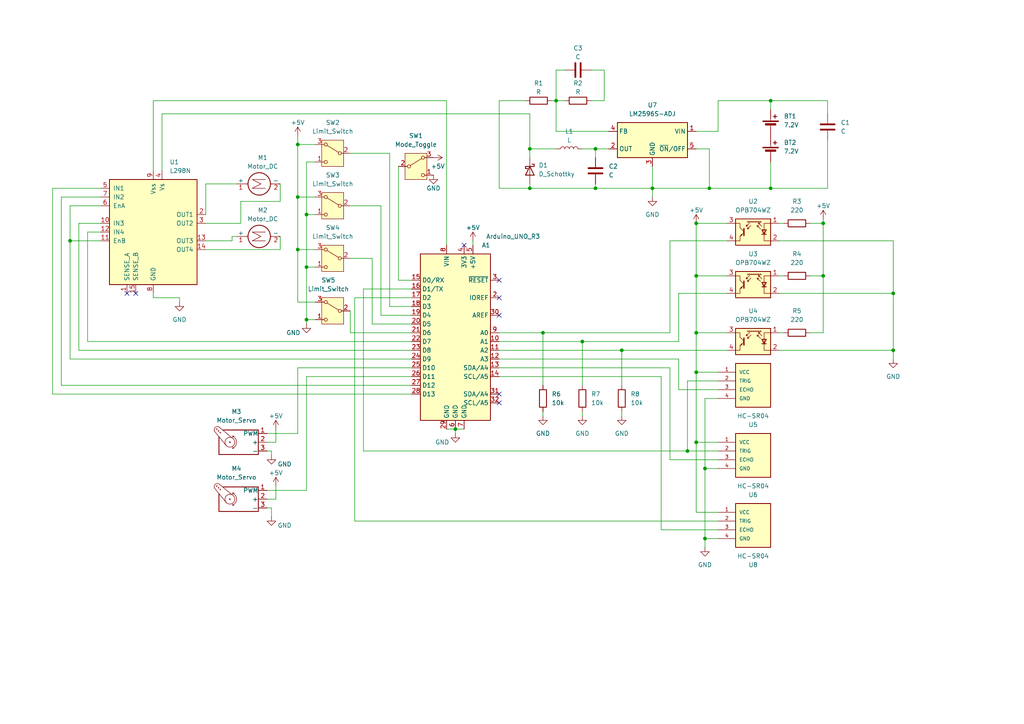
<source format=kicad_sch>
(kicad_sch (version 20230121) (generator eeschema)

  (uuid b553e381-9c5e-433c-96be-6a4ec59e6cb3)

  (paper "A4")

  (lib_symbols
    (symbol "Device:Battery_Cell" (pin_numbers hide) (pin_names (offset 0) hide) (in_bom yes) (on_board yes)
      (property "Reference" "BT" (at 2.54 2.54 0)
        (effects (font (size 1.27 1.27)) (justify left))
      )
      (property "Value" "Battery_Cell" (at 2.54 0 0)
        (effects (font (size 1.27 1.27)) (justify left))
      )
      (property "Footprint" "" (at 0 1.524 90)
        (effects (font (size 1.27 1.27)) hide)
      )
      (property "Datasheet" "~" (at 0 1.524 90)
        (effects (font (size 1.27 1.27)) hide)
      )
      (property "ki_keywords" "battery cell" (at 0 0 0)
        (effects (font (size 1.27 1.27)) hide)
      )
      (property "ki_description" "Single-cell battery" (at 0 0 0)
        (effects (font (size 1.27 1.27)) hide)
      )
      (symbol "Battery_Cell_0_1"
        (rectangle (start -2.286 1.778) (end 2.286 1.524)
          (stroke (width 0) (type default))
          (fill (type outline))
        )
        (rectangle (start -1.524 1.016) (end 1.524 0.508)
          (stroke (width 0) (type default))
          (fill (type outline))
        )
        (polyline
          (pts
            (xy 0 0.762)
            (xy 0 0)
          )
          (stroke (width 0) (type default))
          (fill (type none))
        )
        (polyline
          (pts
            (xy 0 1.778)
            (xy 0 2.54)
          )
          (stroke (width 0) (type default))
          (fill (type none))
        )
        (polyline
          (pts
            (xy 0.762 3.048)
            (xy 1.778 3.048)
          )
          (stroke (width 0.254) (type default))
          (fill (type none))
        )
        (polyline
          (pts
            (xy 1.27 3.556)
            (xy 1.27 2.54)
          )
          (stroke (width 0.254) (type default))
          (fill (type none))
        )
      )
      (symbol "Battery_Cell_1_1"
        (pin passive line (at 0 5.08 270) (length 2.54)
          (name "+" (effects (font (size 1.27 1.27))))
          (number "1" (effects (font (size 1.27 1.27))))
        )
        (pin passive line (at 0 -2.54 90) (length 2.54)
          (name "-" (effects (font (size 1.27 1.27))))
          (number "2" (effects (font (size 1.27 1.27))))
        )
      )
    )
    (symbol "Device:C" (pin_numbers hide) (pin_names (offset 0.254)) (in_bom yes) (on_board yes)
      (property "Reference" "C" (at 0.635 2.54 0)
        (effects (font (size 1.27 1.27)) (justify left))
      )
      (property "Value" "C" (at 0.635 -2.54 0)
        (effects (font (size 1.27 1.27)) (justify left))
      )
      (property "Footprint" "" (at 0.9652 -3.81 0)
        (effects (font (size 1.27 1.27)) hide)
      )
      (property "Datasheet" "~" (at 0 0 0)
        (effects (font (size 1.27 1.27)) hide)
      )
      (property "ki_keywords" "cap capacitor" (at 0 0 0)
        (effects (font (size 1.27 1.27)) hide)
      )
      (property "ki_description" "Unpolarized capacitor" (at 0 0 0)
        (effects (font (size 1.27 1.27)) hide)
      )
      (property "ki_fp_filters" "C_*" (at 0 0 0)
        (effects (font (size 1.27 1.27)) hide)
      )
      (symbol "C_0_1"
        (polyline
          (pts
            (xy -2.032 -0.762)
            (xy 2.032 -0.762)
          )
          (stroke (width 0.508) (type default))
          (fill (type none))
        )
        (polyline
          (pts
            (xy -2.032 0.762)
            (xy 2.032 0.762)
          )
          (stroke (width 0.508) (type default))
          (fill (type none))
        )
      )
      (symbol "C_1_1"
        (pin passive line (at 0 3.81 270) (length 2.794)
          (name "~" (effects (font (size 1.27 1.27))))
          (number "1" (effects (font (size 1.27 1.27))))
        )
        (pin passive line (at 0 -3.81 90) (length 2.794)
          (name "~" (effects (font (size 1.27 1.27))))
          (number "2" (effects (font (size 1.27 1.27))))
        )
      )
    )
    (symbol "Device:D_Schottky" (pin_numbers hide) (pin_names (offset 1.016) hide) (in_bom yes) (on_board yes)
      (property "Reference" "D" (at 0 2.54 0)
        (effects (font (size 1.27 1.27)))
      )
      (property "Value" "D_Schottky" (at 0 -2.54 0)
        (effects (font (size 1.27 1.27)))
      )
      (property "Footprint" "" (at 0 0 0)
        (effects (font (size 1.27 1.27)) hide)
      )
      (property "Datasheet" "~" (at 0 0 0)
        (effects (font (size 1.27 1.27)) hide)
      )
      (property "ki_keywords" "diode Schottky" (at 0 0 0)
        (effects (font (size 1.27 1.27)) hide)
      )
      (property "ki_description" "Schottky diode" (at 0 0 0)
        (effects (font (size 1.27 1.27)) hide)
      )
      (property "ki_fp_filters" "TO-???* *_Diode_* *SingleDiode* D_*" (at 0 0 0)
        (effects (font (size 1.27 1.27)) hide)
      )
      (symbol "D_Schottky_0_1"
        (polyline
          (pts
            (xy 1.27 0)
            (xy -1.27 0)
          )
          (stroke (width 0) (type default))
          (fill (type none))
        )
        (polyline
          (pts
            (xy 1.27 1.27)
            (xy 1.27 -1.27)
            (xy -1.27 0)
            (xy 1.27 1.27)
          )
          (stroke (width 0.254) (type default))
          (fill (type none))
        )
        (polyline
          (pts
            (xy -1.905 0.635)
            (xy -1.905 1.27)
            (xy -1.27 1.27)
            (xy -1.27 -1.27)
            (xy -0.635 -1.27)
            (xy -0.635 -0.635)
          )
          (stroke (width 0.254) (type default))
          (fill (type none))
        )
      )
      (symbol "D_Schottky_1_1"
        (pin passive line (at -3.81 0 0) (length 2.54)
          (name "K" (effects (font (size 1.27 1.27))))
          (number "1" (effects (font (size 1.27 1.27))))
        )
        (pin passive line (at 3.81 0 180) (length 2.54)
          (name "A" (effects (font (size 1.27 1.27))))
          (number "2" (effects (font (size 1.27 1.27))))
        )
      )
    )
    (symbol "Device:L" (pin_numbers hide) (pin_names (offset 1.016) hide) (in_bom yes) (on_board yes)
      (property "Reference" "L" (at -1.27 0 90)
        (effects (font (size 1.27 1.27)))
      )
      (property "Value" "L" (at 1.905 0 90)
        (effects (font (size 1.27 1.27)))
      )
      (property "Footprint" "" (at 0 0 0)
        (effects (font (size 1.27 1.27)) hide)
      )
      (property "Datasheet" "~" (at 0 0 0)
        (effects (font (size 1.27 1.27)) hide)
      )
      (property "ki_keywords" "inductor choke coil reactor magnetic" (at 0 0 0)
        (effects (font (size 1.27 1.27)) hide)
      )
      (property "ki_description" "Inductor" (at 0 0 0)
        (effects (font (size 1.27 1.27)) hide)
      )
      (property "ki_fp_filters" "Choke_* *Coil* Inductor_* L_*" (at 0 0 0)
        (effects (font (size 1.27 1.27)) hide)
      )
      (symbol "L_0_1"
        (arc (start 0 -2.54) (mid 0.6323 -1.905) (end 0 -1.27)
          (stroke (width 0) (type default))
          (fill (type none))
        )
        (arc (start 0 -1.27) (mid 0.6323 -0.635) (end 0 0)
          (stroke (width 0) (type default))
          (fill (type none))
        )
        (arc (start 0 0) (mid 0.6323 0.635) (end 0 1.27)
          (stroke (width 0) (type default))
          (fill (type none))
        )
        (arc (start 0 1.27) (mid 0.6323 1.905) (end 0 2.54)
          (stroke (width 0) (type default))
          (fill (type none))
        )
      )
      (symbol "L_1_1"
        (pin passive line (at 0 3.81 270) (length 1.27)
          (name "1" (effects (font (size 1.27 1.27))))
          (number "1" (effects (font (size 1.27 1.27))))
        )
        (pin passive line (at 0 -3.81 90) (length 1.27)
          (name "2" (effects (font (size 1.27 1.27))))
          (number "2" (effects (font (size 1.27 1.27))))
        )
      )
    )
    (symbol "Device:R" (pin_numbers hide) (pin_names (offset 0)) (in_bom yes) (on_board yes)
      (property "Reference" "R" (at 2.032 0 90)
        (effects (font (size 1.27 1.27)))
      )
      (property "Value" "R" (at 0 0 90)
        (effects (font (size 1.27 1.27)))
      )
      (property "Footprint" "" (at -1.778 0 90)
        (effects (font (size 1.27 1.27)) hide)
      )
      (property "Datasheet" "~" (at 0 0 0)
        (effects (font (size 1.27 1.27)) hide)
      )
      (property "ki_keywords" "R res resistor" (at 0 0 0)
        (effects (font (size 1.27 1.27)) hide)
      )
      (property "ki_description" "Resistor" (at 0 0 0)
        (effects (font (size 1.27 1.27)) hide)
      )
      (property "ki_fp_filters" "R_*" (at 0 0 0)
        (effects (font (size 1.27 1.27)) hide)
      )
      (symbol "R_0_1"
        (rectangle (start -1.016 -2.54) (end 1.016 2.54)
          (stroke (width 0.254) (type default))
          (fill (type none))
        )
      )
      (symbol "R_1_1"
        (pin passive line (at 0 3.81 270) (length 1.27)
          (name "~" (effects (font (size 1.27 1.27))))
          (number "1" (effects (font (size 1.27 1.27))))
        )
        (pin passive line (at 0 -3.81 90) (length 1.27)
          (name "~" (effects (font (size 1.27 1.27))))
          (number "2" (effects (font (size 1.27 1.27))))
        )
      )
    )
    (symbol "Driver_Motor:L298N" (pin_names (offset 1.016)) (in_bom yes) (on_board yes)
      (property "Reference" "U" (at -10.16 16.51 0)
        (effects (font (size 1.27 1.27)) (justify right))
      )
      (property "Value" "L298N" (at 12.7 16.51 0)
        (effects (font (size 1.27 1.27)) (justify right))
      )
      (property "Footprint" "Package_TO_SOT_THT:TO-220-15_P2.54x2.54mm_StaggerOdd_Lead4.58mm_Vertical" (at 1.27 -16.51 0)
        (effects (font (size 1.27 1.27)) (justify left) hide)
      )
      (property "Datasheet" "http://www.st.com/st-web-ui/static/active/en/resource/technical/document/datasheet/CD00000240.pdf" (at 3.81 6.35 0)
        (effects (font (size 1.27 1.27)) hide)
      )
      (property "ki_keywords" "H-bridge motor driver" (at 0 0 0)
        (effects (font (size 1.27 1.27)) hide)
      )
      (property "ki_description" "Dual full bridge motor driver, up to 46V, 4A, Multiwatt15-V" (at 0 0 0)
        (effects (font (size 1.27 1.27)) hide)
      )
      (property "ki_fp_filters" "TO?220*StaggerOdd*Vertical*" (at 0 0 0)
        (effects (font (size 1.27 1.27)) hide)
      )
      (symbol "L298N_0_1"
        (rectangle (start -12.7 15.24) (end 12.7 -15.24)
          (stroke (width 0.254) (type default))
          (fill (type background))
        )
      )
      (symbol "L298N_1_1"
        (pin power_in line (at -7.62 -17.78 90) (length 2.54)
          (name "SENSE_A" (effects (font (size 1.27 1.27))))
          (number "1" (effects (font (size 1.27 1.27))))
        )
        (pin input line (at -15.24 2.54 0) (length 2.54)
          (name "IN3" (effects (font (size 1.27 1.27))))
          (number "10" (effects (font (size 1.27 1.27))))
        )
        (pin input line (at -15.24 -2.54 0) (length 2.54)
          (name "EnB" (effects (font (size 1.27 1.27))))
          (number "11" (effects (font (size 1.27 1.27))))
        )
        (pin input line (at -15.24 0 0) (length 2.54)
          (name "IN4" (effects (font (size 1.27 1.27))))
          (number "12" (effects (font (size 1.27 1.27))))
        )
        (pin output line (at 15.24 -2.54 180) (length 2.54)
          (name "OUT3" (effects (font (size 1.27 1.27))))
          (number "13" (effects (font (size 1.27 1.27))))
        )
        (pin output line (at 15.24 -5.08 180) (length 2.54)
          (name "OUT4" (effects (font (size 1.27 1.27))))
          (number "14" (effects (font (size 1.27 1.27))))
        )
        (pin power_in line (at -5.08 -17.78 90) (length 2.54)
          (name "SENSE_B" (effects (font (size 1.27 1.27))))
          (number "15" (effects (font (size 1.27 1.27))))
        )
        (pin output line (at 15.24 5.08 180) (length 2.54)
          (name "OUT1" (effects (font (size 1.27 1.27))))
          (number "2" (effects (font (size 1.27 1.27))))
        )
        (pin output line (at 15.24 2.54 180) (length 2.54)
          (name "OUT2" (effects (font (size 1.27 1.27))))
          (number "3" (effects (font (size 1.27 1.27))))
        )
        (pin power_in line (at 2.54 17.78 270) (length 2.54)
          (name "Vs" (effects (font (size 1.27 1.27))))
          (number "4" (effects (font (size 1.27 1.27))))
        )
        (pin input line (at -15.24 12.7 0) (length 2.54)
          (name "IN1" (effects (font (size 1.27 1.27))))
          (number "5" (effects (font (size 1.27 1.27))))
        )
        (pin input line (at -15.24 7.62 0) (length 2.54)
          (name "EnA" (effects (font (size 1.27 1.27))))
          (number "6" (effects (font (size 1.27 1.27))))
        )
        (pin input line (at -15.24 10.16 0) (length 2.54)
          (name "IN2" (effects (font (size 1.27 1.27))))
          (number "7" (effects (font (size 1.27 1.27))))
        )
        (pin power_in line (at 0 -17.78 90) (length 2.54)
          (name "GND" (effects (font (size 1.27 1.27))))
          (number "8" (effects (font (size 1.27 1.27))))
        )
        (pin power_in line (at 0 17.78 270) (length 2.54)
          (name "Vss" (effects (font (size 1.27 1.27))))
          (number "9" (effects (font (size 1.27 1.27))))
        )
      )
    )
    (symbol "HC-SR04:HC-SR04" (pin_names (offset 1.016)) (in_bom yes) (on_board yes)
      (property "Reference" "U" (at 0 5.0813 0)
        (effects (font (size 1.27 1.27)) (justify left bottom))
      )
      (property "Value" "HC-SR04" (at 0 -10.163 0)
        (effects (font (size 1.27 1.27)) (justify left bottom))
      )
      (property "Footprint" "HC-SR04:XCVR_HC-SR04" (at 0 0 0)
        (effects (font (size 1.27 1.27)) (justify bottom) hide)
      )
      (property "Datasheet" "" (at 0 0 0)
        (effects (font (size 1.27 1.27)) hide)
      )
      (property "MF" "SparkFun Electronics" (at 0 0 0)
        (effects (font (size 1.27 1.27)) (justify bottom) hide)
      )
      (property "Description" "\nHC-SR04 Ultrasonic Sensor Qwiic Platform Evaluation Expansion Board\n" (at 0 0 0)
        (effects (font (size 1.27 1.27)) (justify bottom) hide)
      )
      (property "Package" "None" (at 0 0 0)
        (effects (font (size 1.27 1.27)) (justify bottom) hide)
      )
      (property "Price" "None" (at 0 0 0)
        (effects (font (size 1.27 1.27)) (justify bottom) hide)
      )
      (property "Check_prices" "https://www.snapeda.com/parts/HC-SR04/SparkFun+Electronics/view-part/?ref=eda" (at 0 0 0)
        (effects (font (size 1.27 1.27)) (justify bottom) hide)
      )
      (property "SnapEDA_Link" "https://www.snapeda.com/parts/HC-SR04/SparkFun+Electronics/view-part/?ref=snap" (at 0 0 0)
        (effects (font (size 1.27 1.27)) (justify bottom) hide)
      )
      (property "MP" "HC-SR04" (at 0 0 0)
        (effects (font (size 1.27 1.27)) (justify bottom) hide)
      )
      (property "Availability" "Not in stock" (at 0 0 0)
        (effects (font (size 1.27 1.27)) (justify bottom) hide)
      )
      (property "MANUFACTURER" "Osepp" (at 0 0 0)
        (effects (font (size 1.27 1.27)) (justify bottom) hide)
      )
      (symbol "HC-SR04_0_0"
        (rectangle (start 0 -7.62) (end 10.16 5.08)
          (stroke (width 0.254) (type default))
          (fill (type background))
        )
        (pin power_in line (at -5.08 2.54 0) (length 5.08)
          (name "VCC" (effects (font (size 1.016 1.016))))
          (number "1" (effects (font (size 1.016 1.016))))
        )
        (pin bidirectional line (at -5.08 0 0) (length 5.08)
          (name "TRIG" (effects (font (size 1.016 1.016))))
          (number "2" (effects (font (size 1.016 1.016))))
        )
        (pin bidirectional line (at -5.08 -2.54 0) (length 5.08)
          (name "ECHO" (effects (font (size 1.016 1.016))))
          (number "3" (effects (font (size 1.016 1.016))))
        )
        (pin power_in line (at -5.08 -5.08 0) (length 5.08)
          (name "GND" (effects (font (size 1.016 1.016))))
          (number "4" (effects (font (size 1.016 1.016))))
        )
      )
    )
    (symbol "MCU_Module:Arduino_UNO_R3" (in_bom yes) (on_board yes)
      (property "Reference" "A" (at -10.16 23.495 0)
        (effects (font (size 1.27 1.27)) (justify left bottom))
      )
      (property "Value" "Arduino_UNO_R3" (at 5.08 -26.67 0)
        (effects (font (size 1.27 1.27)) (justify left top))
      )
      (property "Footprint" "Module:Arduino_UNO_R3" (at 0 0 0)
        (effects (font (size 1.27 1.27) italic) hide)
      )
      (property "Datasheet" "https://www.arduino.cc/en/Main/arduinoBoardUno" (at 0 0 0)
        (effects (font (size 1.27 1.27)) hide)
      )
      (property "ki_keywords" "Arduino UNO R3 Microcontroller Module Atmel AVR USB" (at 0 0 0)
        (effects (font (size 1.27 1.27)) hide)
      )
      (property "ki_description" "Arduino UNO Microcontroller Module, release 3" (at 0 0 0)
        (effects (font (size 1.27 1.27)) hide)
      )
      (property "ki_fp_filters" "Arduino*UNO*R3*" (at 0 0 0)
        (effects (font (size 1.27 1.27)) hide)
      )
      (symbol "Arduino_UNO_R3_0_1"
        (rectangle (start -10.16 22.86) (end 10.16 -25.4)
          (stroke (width 0.254) (type default))
          (fill (type background))
        )
      )
      (symbol "Arduino_UNO_R3_1_1"
        (pin no_connect line (at -10.16 -20.32 0) (length 2.54) hide
          (name "NC" (effects (font (size 1.27 1.27))))
          (number "1" (effects (font (size 1.27 1.27))))
        )
        (pin bidirectional line (at 12.7 -2.54 180) (length 2.54)
          (name "A1" (effects (font (size 1.27 1.27))))
          (number "10" (effects (font (size 1.27 1.27))))
        )
        (pin bidirectional line (at 12.7 -5.08 180) (length 2.54)
          (name "A2" (effects (font (size 1.27 1.27))))
          (number "11" (effects (font (size 1.27 1.27))))
        )
        (pin bidirectional line (at 12.7 -7.62 180) (length 2.54)
          (name "A3" (effects (font (size 1.27 1.27))))
          (number "12" (effects (font (size 1.27 1.27))))
        )
        (pin bidirectional line (at 12.7 -10.16 180) (length 2.54)
          (name "SDA/A4" (effects (font (size 1.27 1.27))))
          (number "13" (effects (font (size 1.27 1.27))))
        )
        (pin bidirectional line (at 12.7 -12.7 180) (length 2.54)
          (name "SCL/A5" (effects (font (size 1.27 1.27))))
          (number "14" (effects (font (size 1.27 1.27))))
        )
        (pin bidirectional line (at -12.7 15.24 0) (length 2.54)
          (name "D0/RX" (effects (font (size 1.27 1.27))))
          (number "15" (effects (font (size 1.27 1.27))))
        )
        (pin bidirectional line (at -12.7 12.7 0) (length 2.54)
          (name "D1/TX" (effects (font (size 1.27 1.27))))
          (number "16" (effects (font (size 1.27 1.27))))
        )
        (pin bidirectional line (at -12.7 10.16 0) (length 2.54)
          (name "D2" (effects (font (size 1.27 1.27))))
          (number "17" (effects (font (size 1.27 1.27))))
        )
        (pin bidirectional line (at -12.7 7.62 0) (length 2.54)
          (name "D3" (effects (font (size 1.27 1.27))))
          (number "18" (effects (font (size 1.27 1.27))))
        )
        (pin bidirectional line (at -12.7 5.08 0) (length 2.54)
          (name "D4" (effects (font (size 1.27 1.27))))
          (number "19" (effects (font (size 1.27 1.27))))
        )
        (pin output line (at 12.7 10.16 180) (length 2.54)
          (name "IOREF" (effects (font (size 1.27 1.27))))
          (number "2" (effects (font (size 1.27 1.27))))
        )
        (pin bidirectional line (at -12.7 2.54 0) (length 2.54)
          (name "D5" (effects (font (size 1.27 1.27))))
          (number "20" (effects (font (size 1.27 1.27))))
        )
        (pin bidirectional line (at -12.7 0 0) (length 2.54)
          (name "D6" (effects (font (size 1.27 1.27))))
          (number "21" (effects (font (size 1.27 1.27))))
        )
        (pin bidirectional line (at -12.7 -2.54 0) (length 2.54)
          (name "D7" (effects (font (size 1.27 1.27))))
          (number "22" (effects (font (size 1.27 1.27))))
        )
        (pin bidirectional line (at -12.7 -5.08 0) (length 2.54)
          (name "D8" (effects (font (size 1.27 1.27))))
          (number "23" (effects (font (size 1.27 1.27))))
        )
        (pin bidirectional line (at -12.7 -7.62 0) (length 2.54)
          (name "D9" (effects (font (size 1.27 1.27))))
          (number "24" (effects (font (size 1.27 1.27))))
        )
        (pin bidirectional line (at -12.7 -10.16 0) (length 2.54)
          (name "D10" (effects (font (size 1.27 1.27))))
          (number "25" (effects (font (size 1.27 1.27))))
        )
        (pin bidirectional line (at -12.7 -12.7 0) (length 2.54)
          (name "D11" (effects (font (size 1.27 1.27))))
          (number "26" (effects (font (size 1.27 1.27))))
        )
        (pin bidirectional line (at -12.7 -15.24 0) (length 2.54)
          (name "D12" (effects (font (size 1.27 1.27))))
          (number "27" (effects (font (size 1.27 1.27))))
        )
        (pin bidirectional line (at -12.7 -17.78 0) (length 2.54)
          (name "D13" (effects (font (size 1.27 1.27))))
          (number "28" (effects (font (size 1.27 1.27))))
        )
        (pin power_in line (at -2.54 -27.94 90) (length 2.54)
          (name "GND" (effects (font (size 1.27 1.27))))
          (number "29" (effects (font (size 1.27 1.27))))
        )
        (pin input line (at 12.7 15.24 180) (length 2.54)
          (name "~{RESET}" (effects (font (size 1.27 1.27))))
          (number "3" (effects (font (size 1.27 1.27))))
        )
        (pin input line (at 12.7 5.08 180) (length 2.54)
          (name "AREF" (effects (font (size 1.27 1.27))))
          (number "30" (effects (font (size 1.27 1.27))))
        )
        (pin bidirectional line (at 12.7 -17.78 180) (length 2.54)
          (name "SDA/A4" (effects (font (size 1.27 1.27))))
          (number "31" (effects (font (size 1.27 1.27))))
        )
        (pin bidirectional line (at 12.7 -20.32 180) (length 2.54)
          (name "SCL/A5" (effects (font (size 1.27 1.27))))
          (number "32" (effects (font (size 1.27 1.27))))
        )
        (pin power_out line (at 2.54 25.4 270) (length 2.54)
          (name "3V3" (effects (font (size 1.27 1.27))))
          (number "4" (effects (font (size 1.27 1.27))))
        )
        (pin power_out line (at 5.08 25.4 270) (length 2.54)
          (name "+5V" (effects (font (size 1.27 1.27))))
          (number "5" (effects (font (size 1.27 1.27))))
        )
        (pin power_in line (at 0 -27.94 90) (length 2.54)
          (name "GND" (effects (font (size 1.27 1.27))))
          (number "6" (effects (font (size 1.27 1.27))))
        )
        (pin power_in line (at 2.54 -27.94 90) (length 2.54)
          (name "GND" (effects (font (size 1.27 1.27))))
          (number "7" (effects (font (size 1.27 1.27))))
        )
        (pin power_in line (at -2.54 25.4 270) (length 2.54)
          (name "VIN" (effects (font (size 1.27 1.27))))
          (number "8" (effects (font (size 1.27 1.27))))
        )
        (pin bidirectional line (at 12.7 0 180) (length 2.54)
          (name "A0" (effects (font (size 1.27 1.27))))
          (number "9" (effects (font (size 1.27 1.27))))
        )
      )
    )
    (symbol "Motor:Motor_DC" (pin_names (offset 0)) (in_bom yes) (on_board yes)
      (property "Reference" "M" (at 2.54 2.54 0)
        (effects (font (size 1.27 1.27)) (justify left))
      )
      (property "Value" "Motor_DC" (at 2.54 -5.08 0)
        (effects (font (size 1.27 1.27)) (justify left top))
      )
      (property "Footprint" "" (at 0 -2.286 0)
        (effects (font (size 1.27 1.27)) hide)
      )
      (property "Datasheet" "~" (at 0 -2.286 0)
        (effects (font (size 1.27 1.27)) hide)
      )
      (property "ki_keywords" "DC Motor" (at 0 0 0)
        (effects (font (size 1.27 1.27)) hide)
      )
      (property "ki_description" "DC Motor" (at 0 0 0)
        (effects (font (size 1.27 1.27)) hide)
      )
      (property "ki_fp_filters" "PinHeader*P2.54mm* TerminalBlock*" (at 0 0 0)
        (effects (font (size 1.27 1.27)) hide)
      )
      (symbol "Motor_DC_0_0"
        (polyline
          (pts
            (xy -1.27 -3.302)
            (xy -1.27 0.508)
            (xy 0 -2.032)
            (xy 1.27 0.508)
            (xy 1.27 -3.302)
          )
          (stroke (width 0) (type default))
          (fill (type none))
        )
      )
      (symbol "Motor_DC_0_1"
        (circle (center 0 -1.524) (radius 3.2512)
          (stroke (width 0.254) (type default))
          (fill (type none))
        )
        (polyline
          (pts
            (xy 0 -7.62)
            (xy 0 -7.112)
          )
          (stroke (width 0) (type default))
          (fill (type none))
        )
        (polyline
          (pts
            (xy 0 -4.7752)
            (xy 0 -5.1816)
          )
          (stroke (width 0) (type default))
          (fill (type none))
        )
        (polyline
          (pts
            (xy 0 1.7272)
            (xy 0 2.0828)
          )
          (stroke (width 0) (type default))
          (fill (type none))
        )
        (polyline
          (pts
            (xy 0 2.032)
            (xy 0 2.54)
          )
          (stroke (width 0) (type default))
          (fill (type none))
        )
      )
      (symbol "Motor_DC_1_1"
        (pin passive line (at 0 5.08 270) (length 2.54)
          (name "+" (effects (font (size 1.27 1.27))))
          (number "1" (effects (font (size 1.27 1.27))))
        )
        (pin passive line (at 0 -7.62 90) (length 2.54)
          (name "-" (effects (font (size 1.27 1.27))))
          (number "2" (effects (font (size 1.27 1.27))))
        )
      )
    )
    (symbol "Motor:Motor_Servo" (pin_names (offset 0.0254)) (in_bom yes) (on_board yes)
      (property "Reference" "M" (at -5.08 4.445 0)
        (effects (font (size 1.27 1.27)) (justify left))
      )
      (property "Value" "Motor_Servo" (at -5.08 -4.064 0)
        (effects (font (size 1.27 1.27)) (justify left top))
      )
      (property "Footprint" "" (at 0 -4.826 0)
        (effects (font (size 1.27 1.27)) hide)
      )
      (property "Datasheet" "http://forums.parallax.com/uploads/attachments/46831/74481.png" (at 0 -4.826 0)
        (effects (font (size 1.27 1.27)) hide)
      )
      (property "ki_keywords" "Servo Motor" (at 0 0 0)
        (effects (font (size 1.27 1.27)) hide)
      )
      (property "ki_description" "Servo Motor (Futaba, HiTec, JR connector)" (at 0 0 0)
        (effects (font (size 1.27 1.27)) hide)
      )
      (property "ki_fp_filters" "PinHeader*P2.54mm*" (at 0 0 0)
        (effects (font (size 1.27 1.27)) hide)
      )
      (symbol "Motor_Servo_0_1"
        (polyline
          (pts
            (xy 2.413 -1.778)
            (xy 2.032 -1.778)
          )
          (stroke (width 0) (type default))
          (fill (type none))
        )
        (polyline
          (pts
            (xy 2.413 -1.778)
            (xy 2.286 -1.397)
          )
          (stroke (width 0) (type default))
          (fill (type none))
        )
        (polyline
          (pts
            (xy 2.413 1.778)
            (xy 1.905 1.778)
          )
          (stroke (width 0) (type default))
          (fill (type none))
        )
        (polyline
          (pts
            (xy 2.413 1.778)
            (xy 2.286 1.397)
          )
          (stroke (width 0) (type default))
          (fill (type none))
        )
        (polyline
          (pts
            (xy 6.35 4.445)
            (xy 2.54 1.27)
          )
          (stroke (width 0) (type default))
          (fill (type none))
        )
        (polyline
          (pts
            (xy 7.62 3.175)
            (xy 4.191 -1.016)
          )
          (stroke (width 0) (type default))
          (fill (type none))
        )
        (polyline
          (pts
            (xy 5.08 3.556)
            (xy -5.08 3.556)
            (xy -5.08 -3.556)
            (xy 6.35 -3.556)
            (xy 6.35 1.524)
          )
          (stroke (width 0.254) (type default))
          (fill (type none))
        )
        (arc (start 2.413 1.778) (mid 1.2406 0) (end 2.413 -1.778)
          (stroke (width 0) (type default))
          (fill (type none))
        )
        (circle (center 3.175 0) (radius 0.1778)
          (stroke (width 0) (type default))
          (fill (type none))
        )
        (circle (center 3.175 0) (radius 1.4224)
          (stroke (width 0) (type default))
          (fill (type none))
        )
        (circle (center 5.969 2.794) (radius 0.127)
          (stroke (width 0) (type default))
          (fill (type none))
        )
        (circle (center 6.477 3.302) (radius 0.127)
          (stroke (width 0) (type default))
          (fill (type none))
        )
        (circle (center 6.985 3.81) (radius 0.127)
          (stroke (width 0) (type default))
          (fill (type none))
        )
        (arc (start 7.62 3.175) (mid 7.4485 4.2735) (end 6.35 4.445)
          (stroke (width 0) (type default))
          (fill (type none))
        )
      )
      (symbol "Motor_Servo_1_1"
        (pin passive line (at -7.62 2.54 0) (length 2.54)
          (name "PWM" (effects (font (size 1.27 1.27))))
          (number "1" (effects (font (size 1.27 1.27))))
        )
        (pin passive line (at -7.62 0 0) (length 2.54)
          (name "+" (effects (font (size 1.27 1.27))))
          (number "2" (effects (font (size 1.27 1.27))))
        )
        (pin passive line (at -7.62 -2.54 0) (length 2.54)
          (name "-" (effects (font (size 1.27 1.27))))
          (number "3" (effects (font (size 1.27 1.27))))
        )
      )
    )
    (symbol "Regulator_Switching:LM2596S-ADJ" (in_bom yes) (on_board yes)
      (property "Reference" "U" (at -10.16 6.35 0)
        (effects (font (size 1.27 1.27)) (justify left))
      )
      (property "Value" "LM2596S-ADJ" (at 0 6.35 0)
        (effects (font (size 1.27 1.27)) (justify left))
      )
      (property "Footprint" "Package_TO_SOT_SMD:TO-263-5_TabPin3" (at 1.27 -6.35 0)
        (effects (font (size 1.27 1.27) italic) (justify left) hide)
      )
      (property "Datasheet" "http://www.ti.com/lit/ds/symlink/lm2596.pdf" (at 0 0 0)
        (effects (font (size 1.27 1.27)) hide)
      )
      (property "ki_keywords" "Step-Down Voltage Regulator Adjustable 3A" (at 0 0 0)
        (effects (font (size 1.27 1.27)) hide)
      )
      (property "ki_description" "Adjustable 3A Step-Down Voltage Regulator, TO-263" (at 0 0 0)
        (effects (font (size 1.27 1.27)) hide)
      )
      (property "ki_fp_filters" "TO?263*" (at 0 0 0)
        (effects (font (size 1.27 1.27)) hide)
      )
      (symbol "LM2596S-ADJ_0_1"
        (rectangle (start -10.16 5.08) (end 10.16 -5.08)
          (stroke (width 0.254) (type default))
          (fill (type background))
        )
      )
      (symbol "LM2596S-ADJ_1_1"
        (pin power_in line (at -12.7 2.54 0) (length 2.54)
          (name "VIN" (effects (font (size 1.27 1.27))))
          (number "1" (effects (font (size 1.27 1.27))))
        )
        (pin output line (at 12.7 -2.54 180) (length 2.54)
          (name "OUT" (effects (font (size 1.27 1.27))))
          (number "2" (effects (font (size 1.27 1.27))))
        )
        (pin power_in line (at 0 -7.62 90) (length 2.54)
          (name "GND" (effects (font (size 1.27 1.27))))
          (number "3" (effects (font (size 1.27 1.27))))
        )
        (pin input line (at 12.7 2.54 180) (length 2.54)
          (name "FB" (effects (font (size 1.27 1.27))))
          (number "4" (effects (font (size 1.27 1.27))))
        )
        (pin input line (at -12.7 -2.54 0) (length 2.54)
          (name "~{ON}/OFF" (effects (font (size 1.27 1.27))))
          (number "5" (effects (font (size 1.27 1.27))))
        )
      )
    )
    (symbol "Sensor_Proximity:CNY70" (pin_names (offset 1.016) hide) (in_bom yes) (on_board yes)
      (property "Reference" "U" (at -5.08 5.08 0)
        (effects (font (size 1.27 1.27)))
      )
      (property "Value" "CNY70" (at 5.08 5.08 0)
        (effects (font (size 1.27 1.27)) (justify right))
      )
      (property "Footprint" "OptoDevice:Vishay_CNY70" (at 0 -5.08 0)
        (effects (font (size 1.27 1.27)) hide)
      )
      (property "Datasheet" "https://www.vishay.com/docs/83751/cny70.pdf" (at 0 2.54 0)
        (effects (font (size 1.27 1.27)) hide)
      )
      (property "ki_keywords" "Reflective Optical Sensor Opto" (at 0 0 0)
        (effects (font (size 1.27 1.27)) hide)
      )
      (property "ki_description" "Reflective Optical Sensor with Transistor Output" (at 0 0 0)
        (effects (font (size 1.27 1.27)) hide)
      )
      (property "ki_fp_filters" "Vishay*CNY70*" (at 0 0 0)
        (effects (font (size 1.27 1.27)) hide)
      )
      (symbol "CNY70_0_1"
        (polyline
          (pts
            (xy -3.81 -0.635)
            (xy -2.54 -0.635)
          )
          (stroke (width 0.254) (type default))
          (fill (type none))
        )
        (polyline
          (pts
            (xy -2.286 2.921)
            (xy -2.032 3.175)
          )
          (stroke (width 0) (type default))
          (fill (type none))
        )
        (polyline
          (pts
            (xy -1.778 2.921)
            (xy -1.524 3.175)
          )
          (stroke (width 0) (type default))
          (fill (type none))
        )
        (polyline
          (pts
            (xy -1.524 2.667)
            (xy -1.651 2.159)
          )
          (stroke (width 0) (type default))
          (fill (type none))
        )
        (polyline
          (pts
            (xy -1.27 2.921)
            (xy -1.016 3.175)
          )
          (stroke (width 0) (type default))
          (fill (type none))
        )
        (polyline
          (pts
            (xy -1.143 1.905)
            (xy -1.27 1.397)
          )
          (stroke (width 0) (type default))
          (fill (type none))
        )
        (polyline
          (pts
            (xy -0.762 2.921)
            (xy -0.508 3.175)
          )
          (stroke (width 0) (type default))
          (fill (type none))
        )
        (polyline
          (pts
            (xy -0.254 2.921)
            (xy 0 3.175)
          )
          (stroke (width 0) (type default))
          (fill (type none))
        )
        (polyline
          (pts
            (xy 0.254 2.921)
            (xy 0.508 3.175)
          )
          (stroke (width 0) (type default))
          (fill (type none))
        )
        (polyline
          (pts
            (xy 0.762 2.921)
            (xy 1.016 3.175)
          )
          (stroke (width 0) (type default))
          (fill (type none))
        )
        (polyline
          (pts
            (xy 1.27 2.921)
            (xy 1.524 3.175)
          )
          (stroke (width 0) (type default))
          (fill (type none))
        )
        (polyline
          (pts
            (xy 1.651 0.889)
            (xy 1.143 1.016)
          )
          (stroke (width 0) (type default))
          (fill (type none))
        )
        (polyline
          (pts
            (xy 1.778 2.921)
            (xy -2.413 2.921)
          )
          (stroke (width 0) (type default))
          (fill (type none))
        )
        (polyline
          (pts
            (xy 2.032 1.651)
            (xy 1.524 1.778)
          )
          (stroke (width 0) (type default))
          (fill (type none))
        )
        (polyline
          (pts
            (xy 2.667 -0.127)
            (xy 3.81 -1.27)
          )
          (stroke (width 0) (type default))
          (fill (type none))
        )
        (polyline
          (pts
            (xy 2.667 0.127)
            (xy 3.81 1.27)
          )
          (stroke (width 0) (type default))
          (fill (type none))
        )
        (polyline
          (pts
            (xy -2.54 1.651)
            (xy -1.524 2.667)
            (xy -2.032 2.54)
          )
          (stroke (width 0) (type default))
          (fill (type none))
        )
        (polyline
          (pts
            (xy -2.159 0.889)
            (xy -1.143 1.905)
            (xy -1.651 1.778)
          )
          (stroke (width 0) (type default))
          (fill (type none))
        )
        (polyline
          (pts
            (xy 0.635 1.905)
            (xy 1.651 0.889)
            (xy 1.524 1.397)
          )
          (stroke (width 0) (type default))
          (fill (type none))
        )
        (polyline
          (pts
            (xy 1.016 2.667)
            (xy 2.032 1.651)
            (xy 1.905 2.159)
          )
          (stroke (width 0) (type default))
          (fill (type none))
        )
        (polyline
          (pts
            (xy 2.667 1.016)
            (xy 2.667 -1.016)
            (xy 2.667 -1.016)
          )
          (stroke (width 0.3556) (type default))
          (fill (type none))
        )
        (polyline
          (pts
            (xy 3.81 -1.27)
            (xy 3.81 -2.54)
            (xy 5.08 -2.54)
          )
          (stroke (width 0) (type default))
          (fill (type none))
        )
        (polyline
          (pts
            (xy 3.81 1.27)
            (xy 3.81 2.54)
            (xy 5.08 2.54)
          )
          (stroke (width 0) (type default))
          (fill (type none))
        )
        (polyline
          (pts
            (xy -5.08 -2.54)
            (xy -3.175 -2.54)
            (xy -3.175 2.54)
            (xy -5.08 2.54)
          )
          (stroke (width 0) (type default))
          (fill (type none))
        )
        (polyline
          (pts
            (xy -3.175 -0.635)
            (xy -3.81 0.635)
            (xy -2.54 0.635)
            (xy -3.175 -0.635)
          )
          (stroke (width 0.254) (type default))
          (fill (type none))
        )
        (polyline
          (pts
            (xy 3.683 -1.143)
            (xy 3.429 -0.635)
            (xy 3.175 -0.889)
            (xy 3.683 -1.143)
          )
          (stroke (width 0) (type default))
          (fill (type none))
        )
        (polyline
          (pts
            (xy -5.08 -3.81)
            (xy 5.08 -3.81)
            (xy 5.08 3.81)
            (xy -5.08 3.81)
            (xy -5.08 -3.81)
          )
          (stroke (width 0.254) (type default))
          (fill (type background))
        )
      )
      (symbol "CNY70_1_1"
        (pin passive line (at -7.62 2.54 0) (length 2.54)
          (name "A" (effects (font (size 1.27 1.27))))
          (number "1" (effects (font (size 1.27 1.27))))
        )
        (pin passive line (at -7.62 -2.54 0) (length 2.54)
          (name "K" (effects (font (size 1.27 1.27))))
          (number "2" (effects (font (size 1.27 1.27))))
        )
        (pin open_collector line (at 7.62 2.54 180) (length 2.54)
          (name "C" (effects (font (size 1.27 1.27))))
          (number "3" (effects (font (size 1.27 1.27))))
        )
        (pin open_emitter line (at 7.62 -2.54 180) (length 2.54)
          (name "E" (effects (font (size 1.27 1.27))))
          (number "4" (effects (font (size 1.27 1.27))))
        )
      )
    )
    (symbol "Switch:SW_Nidec_CAS-120A1" (pin_names (offset 1) hide) (in_bom yes) (on_board yes)
      (property "Reference" "SW" (at 0 4.318 0)
        (effects (font (size 1.27 1.27)))
      )
      (property "Value" "SW_Nidec_CAS-120A1" (at 0 -5.08 0)
        (effects (font (size 1.27 1.27)))
      )
      (property "Footprint" "Button_Switch_SMD:Nidec_Copal_CAS-120A" (at 0 -10.16 0)
        (effects (font (size 1.27 1.27)) hide)
      )
      (property "Datasheet" "https://www.nidec-components.com/e/catalog/switch/cas.pdf" (at 0 -7.62 0)
        (effects (font (size 1.27 1.27)) hide)
      )
      (property "ki_keywords" "switch single-pole double-throw spdt ON-ON" (at 0 0 0)
        (effects (font (size 1.27 1.27)) hide)
      )
      (property "ki_description" "Switch, single pole double throw" (at 0 0 0)
        (effects (font (size 1.27 1.27)) hide)
      )
      (property "ki_fp_filters" "*Nidec?Copal?CAS?120A*" (at 0 0 0)
        (effects (font (size 1.27 1.27)) hide)
      )
      (symbol "SW_Nidec_CAS-120A1_0_1"
        (circle (center -2.032 0) (radius 0.4572)
          (stroke (width 0) (type default))
          (fill (type none))
        )
        (polyline
          (pts
            (xy -1.651 0.254)
            (xy 1.651 2.286)
          )
          (stroke (width 0) (type default))
          (fill (type none))
        )
        (circle (center 2.032 -2.54) (radius 0.4572)
          (stroke (width 0) (type default))
          (fill (type none))
        )
        (circle (center 2.032 2.54) (radius 0.4572)
          (stroke (width 0) (type default))
          (fill (type none))
        )
      )
      (symbol "SW_Nidec_CAS-120A1_1_1"
        (rectangle (start -3.175 3.81) (end 3.175 -3.81)
          (stroke (width 0) (type default))
          (fill (type background))
        )
        (pin passive line (at 5.08 -2.54 180) (length 2.54)
          (name "C" (effects (font (size 1.27 1.27))))
          (number "1" (effects (font (size 1.27 1.27))))
        )
        (pin passive line (at -5.08 0 0) (length 2.54)
          (name "B" (effects (font (size 1.27 1.27))))
          (number "2" (effects (font (size 1.27 1.27))))
        )
        (pin passive line (at 5.08 2.54 180) (length 2.54)
          (name "A" (effects (font (size 1.27 1.27))))
          (number "3" (effects (font (size 1.27 1.27))))
        )
      )
    )
    (symbol "power:+5V" (power) (pin_names (offset 0)) (in_bom yes) (on_board yes)
      (property "Reference" "#PWR" (at 0 -3.81 0)
        (effects (font (size 1.27 1.27)) hide)
      )
      (property "Value" "+5V" (at 0 3.556 0)
        (effects (font (size 1.27 1.27)))
      )
      (property "Footprint" "" (at 0 0 0)
        (effects (font (size 1.27 1.27)) hide)
      )
      (property "Datasheet" "" (at 0 0 0)
        (effects (font (size 1.27 1.27)) hide)
      )
      (property "ki_keywords" "global power" (at 0 0 0)
        (effects (font (size 1.27 1.27)) hide)
      )
      (property "ki_description" "Power symbol creates a global label with name \"+5V\"" (at 0 0 0)
        (effects (font (size 1.27 1.27)) hide)
      )
      (symbol "+5V_0_1"
        (polyline
          (pts
            (xy -0.762 1.27)
            (xy 0 2.54)
          )
          (stroke (width 0) (type default))
          (fill (type none))
        )
        (polyline
          (pts
            (xy 0 0)
            (xy 0 2.54)
          )
          (stroke (width 0) (type default))
          (fill (type none))
        )
        (polyline
          (pts
            (xy 0 2.54)
            (xy 0.762 1.27)
          )
          (stroke (width 0) (type default))
          (fill (type none))
        )
      )
      (symbol "+5V_1_1"
        (pin power_in line (at 0 0 90) (length 0) hide
          (name "+5V" (effects (font (size 1.27 1.27))))
          (number "1" (effects (font (size 1.27 1.27))))
        )
      )
    )
    (symbol "power:GND" (power) (pin_names (offset 0)) (in_bom yes) (on_board yes)
      (property "Reference" "#PWR" (at 0 -6.35 0)
        (effects (font (size 1.27 1.27)) hide)
      )
      (property "Value" "GND" (at 0 -3.81 0)
        (effects (font (size 1.27 1.27)))
      )
      (property "Footprint" "" (at 0 0 0)
        (effects (font (size 1.27 1.27)) hide)
      )
      (property "Datasheet" "" (at 0 0 0)
        (effects (font (size 1.27 1.27)) hide)
      )
      (property "ki_keywords" "global power" (at 0 0 0)
        (effects (font (size 1.27 1.27)) hide)
      )
      (property "ki_description" "Power symbol creates a global label with name \"GND\" , ground" (at 0 0 0)
        (effects (font (size 1.27 1.27)) hide)
      )
      (symbol "GND_0_1"
        (polyline
          (pts
            (xy 0 0)
            (xy 0 -1.27)
            (xy 1.27 -1.27)
            (xy 0 -2.54)
            (xy -1.27 -1.27)
            (xy 0 -1.27)
          )
          (stroke (width 0) (type default))
          (fill (type none))
        )
      )
      (symbol "GND_1_1"
        (pin power_in line (at 0 0 270) (length 0) hide
          (name "GND" (effects (font (size 1.27 1.27))))
          (number "1" (effects (font (size 1.27 1.27))))
        )
      )
    )
  )

  (junction (at 201.93 96.52) (diameter 0) (color 0 0 0 0)
    (uuid 00f6f04a-a712-486e-b822-8a0b82d84fdf)
  )
  (junction (at 86.36 41.91) (diameter 0) (color 0 0 0 0)
    (uuid 0491b7cd-5879-4642-8749-a48a842f4e52)
  )
  (junction (at 88.9 92.71) (diameter 0) (color 0 0 0 0)
    (uuid 06fe7dd2-3085-41d0-800c-b2152bdeed6c)
  )
  (junction (at 172.72 43.18) (diameter 0) (color 0 0 0 0)
    (uuid 0daa150b-0b4b-4b3a-a9d3-073f451f733e)
  )
  (junction (at 259.08 85.09) (diameter 0) (color 0 0 0 0)
    (uuid 10918990-8347-405d-973c-f853e2edc944)
  )
  (junction (at 172.72 54.61) (diameter 0) (color 0 0 0 0)
    (uuid 1a24ce02-1b8f-4240-a4a9-5b17252f3fc6)
  )
  (junction (at 168.91 99.06) (diameter 0) (color 0 0 0 0)
    (uuid 1e1f0faf-58bf-4aa1-a428-08e0aa4b7186)
  )
  (junction (at 20.32 69.85) (diameter 0) (color 0 0 0 0)
    (uuid 32b063d4-f512-4b36-995c-465ec826fce3)
  )
  (junction (at 88.9 62.23) (diameter 0) (color 0 0 0 0)
    (uuid 3cd4b55b-8ff8-4ca1-9b91-471f3f82abfd)
  )
  (junction (at 205.74 54.61) (diameter 0) (color 0 0 0 0)
    (uuid 3d40a8e1-22b8-43f8-8bdd-be701a87c4f8)
  )
  (junction (at 88.9 77.47) (diameter 0) (color 0 0 0 0)
    (uuid 4525415b-4737-4890-85c3-ebf9ab337f04)
  )
  (junction (at 204.47 135.89) (diameter 0) (color 0 0 0 0)
    (uuid 615a01a8-b9f1-462d-9f00-63cbe5372f2c)
  )
  (junction (at 223.52 29.21) (diameter 0) (color 0 0 0 0)
    (uuid 61ac9fac-e7dc-4873-9644-885ebe819b7f)
  )
  (junction (at 201.93 128.27) (diameter 0) (color 0 0 0 0)
    (uuid 642a88da-ccac-42d3-9d5a-8fabf86ffea3)
  )
  (junction (at 180.34 101.6) (diameter 0) (color 0 0 0 0)
    (uuid 70f9633d-3e6b-4df5-8d8f-c901945aaf26)
  )
  (junction (at 132.08 124.46) (diameter 0) (color 0 0 0 0)
    (uuid 84300bdf-e7c4-4011-9b0a-f1a0413a35f2)
  )
  (junction (at 259.08 101.6) (diameter 0) (color 0 0 0 0)
    (uuid 855a2c1a-27a9-4ffa-a9e0-0676fcd96da7)
  )
  (junction (at 201.93 80.01) (diameter 0) (color 0 0 0 0)
    (uuid 8f378581-a6af-4ad0-a650-18e08c794962)
  )
  (junction (at 189.23 54.61) (diameter 0) (color 0 0 0 0)
    (uuid 8f8758c7-1874-4229-a14b-82adc6a02346)
  )
  (junction (at 204.47 156.21) (diameter 0) (color 0 0 0 0)
    (uuid a0aa3fb4-3122-4c03-9fae-aefffcee90db)
  )
  (junction (at 238.76 80.01) (diameter 0) (color 0 0 0 0)
    (uuid a318afa0-8ae4-4e3a-8f97-bef77463d4c2)
  )
  (junction (at 86.36 57.15) (diameter 0) (color 0 0 0 0)
    (uuid a6aa0ee4-93a6-4095-915d-1f8c47dd4e9d)
  )
  (junction (at 201.93 107.95) (diameter 0) (color 0 0 0 0)
    (uuid a8625c3a-1bfe-43b1-bf22-621b453981f9)
  )
  (junction (at 161.29 29.21) (diameter 0) (color 0 0 0 0)
    (uuid bd93305c-dadf-4fbf-87e6-422c1cc5348b)
  )
  (junction (at 223.52 54.61) (diameter 0) (color 0 0 0 0)
    (uuid d2ad9448-f38b-4adb-8bd6-a7f91b4841cf)
  )
  (junction (at 153.67 43.18) (diameter 0) (color 0 0 0 0)
    (uuid d4f5e11b-7883-415e-817c-5ea8dff1ab32)
  )
  (junction (at 86.36 72.39) (diameter 0) (color 0 0 0 0)
    (uuid d9060549-21bf-4d46-9b43-0addd8d9a3f4)
  )
  (junction (at 153.67 54.61) (diameter 0) (color 0 0 0 0)
    (uuid de99d0f6-9796-4a33-ae28-0f55a24552f7)
  )
  (junction (at 238.76 64.77) (diameter 0) (color 0 0 0 0)
    (uuid dee5520f-29f7-4ce6-bbad-1ae45621cf7f)
  )
  (junction (at 199.39 130.81) (diameter 0) (color 0 0 0 0)
    (uuid e7ae2087-2d38-4abc-9182-6dcf2b660b7f)
  )
  (junction (at 201.93 64.77) (diameter 0) (color 0 0 0 0)
    (uuid e9805ca3-9573-4fdc-9b76-afca4734474a)
  )
  (junction (at 157.48 96.52) (diameter 0) (color 0 0 0 0)
    (uuid fb5b7d78-1225-4a9c-9d05-dd58669b259c)
  )

  (no_connect (at 144.78 81.28) (uuid 08a4ab87-be69-48ce-9849-c6ff984cdc51))
  (no_connect (at 144.78 114.3) (uuid 1217da6e-b8b6-4b78-bd31-91e5e786961f))
  (no_connect (at 144.78 86.36) (uuid 2e21795d-12f2-4fb9-8825-d368ba8fcdcd))
  (no_connect (at 36.83 85.09) (uuid 693e73f7-e02e-440c-adfc-29bd734858ea))
  (no_connect (at 144.78 116.84) (uuid a5b27d68-9dc5-47f8-b780-2d38c678e918))
  (no_connect (at 134.62 71.12) (uuid f40f8079-6a9f-4c55-9372-3d1952808e50))
  (no_connect (at 39.37 85.09) (uuid f6b5b599-b6c6-4fd8-95ef-7471dcd68363))
  (no_connect (at 144.78 91.44) (uuid fb40c65b-da94-4349-a8c8-f9bbf4453e6e))

  (wire (pts (xy 119.38 88.9) (xy 113.03 88.9))
    (stroke (width 0) (type default))
    (uuid 027509f2-69fe-42b9-a2e7-e28d4d3bc06d)
  )
  (wire (pts (xy 20.32 104.14) (xy 119.38 104.14))
    (stroke (width 0) (type default))
    (uuid 030edb1a-8f67-4fc9-bef3-00e67dd6fbc7)
  )
  (wire (pts (xy 144.78 54.61) (xy 153.67 54.61))
    (stroke (width 0) (type default))
    (uuid 042b57cb-fa98-4e55-8f54-42661a18008d)
  )
  (wire (pts (xy 172.72 54.61) (xy 189.23 54.61))
    (stroke (width 0) (type default))
    (uuid 0519e7ee-017e-4a98-8467-b152de3eb2f5)
  )
  (wire (pts (xy 204.47 115.57) (xy 204.47 135.89))
    (stroke (width 0) (type default))
    (uuid 079e9df9-d200-458b-9c46-05ae93906c90)
  )
  (wire (pts (xy 259.08 104.14) (xy 259.08 101.6))
    (stroke (width 0) (type default))
    (uuid 08149edd-6fdd-47cf-84b7-98bdc3df5dca)
  )
  (wire (pts (xy 77.47 128.27) (xy 80.01 128.27))
    (stroke (width 0) (type default))
    (uuid 0822b033-7a6b-4297-a601-3df6da3c1fc2)
  )
  (wire (pts (xy 153.67 43.18) (xy 153.67 45.72))
    (stroke (width 0) (type default))
    (uuid 093bdb6a-e46b-4dee-a15c-ab3ed252d567)
  )
  (wire (pts (xy 101.6 90.17) (xy 101.6 96.52))
    (stroke (width 0) (type default))
    (uuid 0a49b6fc-2616-48c8-b298-22da52086307)
  )
  (wire (pts (xy 67.31 68.58) (xy 67.31 69.85))
    (stroke (width 0) (type default))
    (uuid 0c23422f-dfa7-4e54-87f4-1575901f3258)
  )
  (wire (pts (xy 119.38 93.98) (xy 107.95 93.98))
    (stroke (width 0) (type default))
    (uuid 0d19ec73-7b74-4124-bcc1-4bc198201bc8)
  )
  (wire (pts (xy 210.82 64.77) (xy 201.93 64.77))
    (stroke (width 0) (type default))
    (uuid 0db91665-0c58-4cad-8a83-2674259e7983)
  )
  (wire (pts (xy 191.77 109.22) (xy 191.77 153.67))
    (stroke (width 0) (type default))
    (uuid 0f961b9e-1cb7-4214-bc27-3be307823827)
  )
  (wire (pts (xy 20.32 69.85) (xy 29.21 69.85))
    (stroke (width 0) (type default))
    (uuid 10769b02-b099-42f0-bcdc-459bc467cae5)
  )
  (wire (pts (xy 172.72 43.18) (xy 176.53 43.18))
    (stroke (width 0) (type default))
    (uuid 10a4ffcb-139a-4859-a1ab-d5a1f706b1bf)
  )
  (wire (pts (xy 157.48 96.52) (xy 157.48 111.76))
    (stroke (width 0) (type default))
    (uuid 11601079-deb4-43dd-a852-7a25d76a5ea0)
  )
  (wire (pts (xy 161.29 29.21) (xy 163.83 29.21))
    (stroke (width 0) (type default))
    (uuid 12b0376b-2cf5-4d9f-be7a-fbbfbfee329b)
  )
  (wire (pts (xy 199.39 130.81) (xy 208.28 130.81))
    (stroke (width 0) (type default))
    (uuid 15cc3ea9-3e69-4136-a77c-1098d1cc4858)
  )
  (wire (pts (xy 223.52 31.75) (xy 223.52 29.21))
    (stroke (width 0) (type default))
    (uuid 1889d2dd-fcb7-436b-9918-74783fac2e25)
  )
  (wire (pts (xy 189.23 54.61) (xy 205.74 54.61))
    (stroke (width 0) (type default))
    (uuid 1a7094f8-d43a-4356-9dce-a14f92c044da)
  )
  (wire (pts (xy 189.23 48.26) (xy 189.23 54.61))
    (stroke (width 0) (type default))
    (uuid 1bfe1489-f87b-42bb-8615-3ce09cca48e3)
  )
  (wire (pts (xy 153.67 54.61) (xy 172.72 54.61))
    (stroke (width 0) (type default))
    (uuid 1c2cda3b-f4f2-4775-915e-4d393218143f)
  )
  (wire (pts (xy 201.93 96.52) (xy 210.82 96.52))
    (stroke (width 0) (type default))
    (uuid 1c53c656-9802-4f12-9f06-a28a0934eebf)
  )
  (wire (pts (xy 168.91 99.06) (xy 144.78 99.06))
    (stroke (width 0) (type default))
    (uuid 1d477955-d68e-40dc-9eb7-0db10bfadef4)
  )
  (wire (pts (xy 88.9 77.47) (xy 88.9 92.71))
    (stroke (width 0) (type default))
    (uuid 20981873-57b3-42bc-ada3-4d54948b6745)
  )
  (wire (pts (xy 91.44 72.39) (xy 86.36 72.39))
    (stroke (width 0) (type default))
    (uuid 2109b9d1-ed7d-4cf6-9da8-017737dc134a)
  )
  (wire (pts (xy 168.91 43.18) (xy 172.72 43.18))
    (stroke (width 0) (type default))
    (uuid 237993d2-bcc4-49db-8882-e6c0c1e933df)
  )
  (wire (pts (xy 69.85 58.42) (xy 81.28 58.42))
    (stroke (width 0) (type default))
    (uuid 238c9e52-c49d-4885-a385-64b57fd4031a)
  )
  (wire (pts (xy 238.76 80.01) (xy 238.76 96.52))
    (stroke (width 0) (type default))
    (uuid 25c3f8b9-c414-4761-b673-f96066fffe05)
  )
  (wire (pts (xy 191.77 153.67) (xy 208.28 153.67))
    (stroke (width 0) (type default))
    (uuid 29d69e03-6498-4e99-ab9b-331e9a77ec16)
  )
  (wire (pts (xy 137.16 69.85) (xy 137.16 71.12))
    (stroke (width 0) (type default))
    (uuid 2b4e1dc6-2417-44b0-af9a-28d9a4800485)
  )
  (wire (pts (xy 204.47 156.21) (xy 208.28 156.21))
    (stroke (width 0) (type default))
    (uuid 2b5610c3-eab1-42f2-afe3-3268dee3379f)
  )
  (wire (pts (xy 88.9 62.23) (xy 88.9 77.47))
    (stroke (width 0) (type default))
    (uuid 2c230cb9-9e6b-46f6-9226-84ae2e5661e8)
  )
  (wire (pts (xy 161.29 43.18) (xy 153.67 43.18))
    (stroke (width 0) (type default))
    (uuid 2cfbd067-f50e-4b3a-ab1d-3c2c4928229d)
  )
  (wire (pts (xy 29.21 57.15) (xy 17.78 57.15))
    (stroke (width 0) (type default))
    (uuid 2d8827b8-5d86-436f-9a1f-37638929d88e)
  )
  (wire (pts (xy 144.78 104.14) (xy 196.85 104.14))
    (stroke (width 0) (type default))
    (uuid 2e91eb73-36c9-4c15-99c7-24988086f719)
  )
  (wire (pts (xy 201.93 96.52) (xy 201.93 107.95))
    (stroke (width 0) (type default))
    (uuid 30bfe3bf-9b93-43a2-9f51-ca862f266c64)
  )
  (wire (pts (xy 20.32 69.85) (xy 20.32 104.14))
    (stroke (width 0) (type default))
    (uuid 3201aacb-8cb8-445a-9536-8eaaaff2983d)
  )
  (wire (pts (xy 208.28 151.13) (xy 102.87 151.13))
    (stroke (width 0) (type default))
    (uuid 33b40417-1738-47c7-b55d-bd5ac8e9bfbc)
  )
  (wire (pts (xy 78.74 147.32) (xy 78.74 149.86))
    (stroke (width 0) (type default))
    (uuid 34d5904b-8a94-4cab-9000-8f77850fa873)
  )
  (wire (pts (xy 223.52 54.61) (xy 240.03 54.61))
    (stroke (width 0) (type default))
    (uuid 35aba2b2-2896-4b54-9fd7-9538fd2b6f7f)
  )
  (wire (pts (xy 102.87 86.36) (xy 119.38 86.36))
    (stroke (width 0) (type default))
    (uuid 37ab589a-52ae-446d-bd33-122897196f6c)
  )
  (wire (pts (xy 78.74 130.81) (xy 78.74 132.08))
    (stroke (width 0) (type default))
    (uuid 387051b1-6cca-4ba9-aba7-8fa1fb89e2b5)
  )
  (wire (pts (xy 201.93 64.77) (xy 201.93 80.01))
    (stroke (width 0) (type default))
    (uuid 3aba82f8-d5d6-41ce-a5d0-60e8d58c82b1)
  )
  (wire (pts (xy 81.28 72.39) (xy 81.28 68.58))
    (stroke (width 0) (type default))
    (uuid 3b69a0a3-4b8f-45e3-b213-d949158a3ae2)
  )
  (wire (pts (xy 196.85 85.09) (xy 210.82 85.09))
    (stroke (width 0) (type default))
    (uuid 3d44821a-e48e-4df9-90d3-61d09942172a)
  )
  (wire (pts (xy 196.85 104.14) (xy 196.85 113.03))
    (stroke (width 0) (type default))
    (uuid 4236f9d8-981d-43a8-b177-17ca84101483)
  )
  (wire (pts (xy 196.85 85.09) (xy 196.85 99.06))
    (stroke (width 0) (type default))
    (uuid 45618589-1849-4d93-a282-08d19162eb5a)
  )
  (wire (pts (xy 25.4 99.06) (xy 119.38 99.06))
    (stroke (width 0) (type default))
    (uuid 4774be27-073a-48a0-b09f-b0cf749cd709)
  )
  (wire (pts (xy 194.31 69.85) (xy 210.82 69.85))
    (stroke (width 0) (type default))
    (uuid 47e63c07-e38c-4671-98f7-5722630caaf9)
  )
  (wire (pts (xy 208.28 29.21) (xy 208.28 38.1))
    (stroke (width 0) (type default))
    (uuid 48f44233-2802-4980-bf2a-eee380e8a598)
  )
  (wire (pts (xy 196.85 113.03) (xy 208.28 113.03))
    (stroke (width 0) (type default))
    (uuid 49a92be7-4a81-4f3c-b2f8-70ceb4d9a999)
  )
  (wire (pts (xy 161.29 20.32) (xy 161.29 29.21))
    (stroke (width 0) (type default))
    (uuid 49adaa9a-635b-4401-bb99-0763070eca03)
  )
  (wire (pts (xy 259.08 69.85) (xy 259.08 85.09))
    (stroke (width 0) (type default))
    (uuid 4b6ba682-823d-401b-b2f7-a0e388a427f1)
  )
  (wire (pts (xy 29.21 54.61) (xy 15.24 54.61))
    (stroke (width 0) (type default))
    (uuid 4bd20541-ad06-449d-b3f3-ab795d962474)
  )
  (wire (pts (xy 196.85 99.06) (xy 168.91 99.06))
    (stroke (width 0) (type default))
    (uuid 4d6ff3b2-0d57-4c2f-99cc-f19055e7008e)
  )
  (wire (pts (xy 171.45 29.21) (xy 175.26 29.21))
    (stroke (width 0) (type default))
    (uuid 4e971f33-5849-4e99-8cff-e08b26191821)
  )
  (wire (pts (xy 77.47 130.81) (xy 78.74 130.81))
    (stroke (width 0) (type default))
    (uuid 4f796483-0da8-4a8f-8992-5759d80017bf)
  )
  (wire (pts (xy 110.49 91.44) (xy 110.49 59.69))
    (stroke (width 0) (type default))
    (uuid 51238108-4fd9-410e-9353-d49383cb26ee)
  )
  (wire (pts (xy 226.06 85.09) (xy 259.08 85.09))
    (stroke (width 0) (type default))
    (uuid 5190a9d7-c1c8-45a2-af7e-5d3532cf3076)
  )
  (wire (pts (xy 86.36 41.91) (xy 86.36 57.15))
    (stroke (width 0) (type default))
    (uuid 543b2556-c6a3-4bb9-b971-7552808107a0)
  )
  (wire (pts (xy 238.76 63.5) (xy 238.76 64.77))
    (stroke (width 0) (type default))
    (uuid 5483938c-243d-43ca-b2e4-492dd1f16b9c)
  )
  (wire (pts (xy 208.28 38.1) (xy 201.93 38.1))
    (stroke (width 0) (type default))
    (uuid 54fb4c23-c4f7-471e-b1af-5963c6146c3b)
  )
  (wire (pts (xy 153.67 33.02) (xy 153.67 43.18))
    (stroke (width 0) (type default))
    (uuid 54fd2291-bc2c-48fd-ad0a-cc850fb5c63d)
  )
  (wire (pts (xy 226.06 96.52) (xy 227.33 96.52))
    (stroke (width 0) (type default))
    (uuid 55538f6e-72b3-415a-a494-6b9d4e4fdf8e)
  )
  (wire (pts (xy 91.44 87.63) (xy 86.36 87.63))
    (stroke (width 0) (type default))
    (uuid 5d307101-d84c-487b-9396-efa6d064c452)
  )
  (wire (pts (xy 80.01 144.78) (xy 80.01 140.97))
    (stroke (width 0) (type default))
    (uuid 5d669e5b-a605-422e-ad5e-67ced1b81556)
  )
  (wire (pts (xy 234.95 80.01) (xy 238.76 80.01))
    (stroke (width 0) (type default))
    (uuid 5e9e62f5-bea6-4ceb-80e2-0ae8f4ad3ef1)
  )
  (wire (pts (xy 86.36 57.15) (xy 91.44 57.15))
    (stroke (width 0) (type default))
    (uuid 5f06d481-837e-4e4b-b8c8-4c6641878a4c)
  )
  (wire (pts (xy 180.34 119.38) (xy 180.34 120.65))
    (stroke (width 0) (type default))
    (uuid 5fbb5cf6-a030-4913-adbd-6de8ba906ccc)
  )
  (wire (pts (xy 88.9 109.22) (xy 88.9 142.24))
    (stroke (width 0) (type default))
    (uuid 607eb9e9-7afe-4b73-a9e9-3d613ef360bc)
  )
  (wire (pts (xy 17.78 57.15) (xy 17.78 111.76))
    (stroke (width 0) (type default))
    (uuid 611f4270-1031-4058-b080-27f955ed6b20)
  )
  (wire (pts (xy 105.41 83.82) (xy 105.41 130.81))
    (stroke (width 0) (type default))
    (uuid 616f558b-dbae-4b7e-8594-ecf585818979)
  )
  (wire (pts (xy 204.47 135.89) (xy 208.28 135.89))
    (stroke (width 0) (type default))
    (uuid 62c9a890-c04a-4903-894a-031bb52347ac)
  )
  (wire (pts (xy 44.45 86.36) (xy 52.07 86.36))
    (stroke (width 0) (type default))
    (uuid 6418e81f-85ce-42e9-807c-ec4d1e8d558b)
  )
  (wire (pts (xy 160.02 29.21) (xy 161.29 29.21))
    (stroke (width 0) (type default))
    (uuid 651f50b5-d3c8-4774-8587-f5727dc5147d)
  )
  (wire (pts (xy 17.78 111.76) (xy 119.38 111.76))
    (stroke (width 0) (type default))
    (uuid 65ea9511-eb80-4cba-b51b-761c4aa6ef82)
  )
  (wire (pts (xy 226.06 69.85) (xy 259.08 69.85))
    (stroke (width 0) (type default))
    (uuid 663574f5-2f56-4fd0-9d64-bdc6da129c71)
  )
  (wire (pts (xy 91.44 77.47) (xy 88.9 77.47))
    (stroke (width 0) (type default))
    (uuid 665af30f-54b7-405b-a79b-e51e071d4cac)
  )
  (wire (pts (xy 105.41 83.82) (xy 119.38 83.82))
    (stroke (width 0) (type default))
    (uuid 6670b009-7597-4464-95fa-ed255fe38808)
  )
  (wire (pts (xy 110.49 59.69) (xy 101.6 59.69))
    (stroke (width 0) (type default))
    (uuid 68d0998d-e9ce-4ad5-ad24-5ea304937b4b)
  )
  (wire (pts (xy 25.4 67.31) (xy 25.4 99.06))
    (stroke (width 0) (type default))
    (uuid 70e2bb99-cd1e-40ae-8425-5f5be214c80a)
  )
  (wire (pts (xy 115.57 48.26) (xy 115.57 81.28))
    (stroke (width 0) (type default))
    (uuid 7240efb9-3426-45d8-b90a-b6528a44a84c)
  )
  (wire (pts (xy 67.31 68.58) (xy 68.58 68.58))
    (stroke (width 0) (type default))
    (uuid 72f3ca60-d97e-4146-9e9a-e652258b7c5a)
  )
  (wire (pts (xy 119.38 106.68) (xy 86.36 106.68))
    (stroke (width 0) (type default))
    (uuid 7596763b-d55e-4506-9250-2097c0885958)
  )
  (wire (pts (xy 88.9 142.24) (xy 77.47 142.24))
    (stroke (width 0) (type default))
    (uuid 773333be-a157-4a83-bf94-741cdd170c0e)
  )
  (wire (pts (xy 20.32 59.69) (xy 20.32 69.85))
    (stroke (width 0) (type default))
    (uuid 7738bfa7-afe8-45c2-af93-9ff0d7567a5f)
  )
  (wire (pts (xy 194.31 106.68) (xy 194.31 133.35))
    (stroke (width 0) (type default))
    (uuid 7de76b81-45e7-4b59-afea-f28caab834e1)
  )
  (wire (pts (xy 240.03 33.02) (xy 240.03 29.21))
    (stroke (width 0) (type default))
    (uuid 7e4ebe6e-1476-4e7f-8b7f-bd8b8ef8fd2f)
  )
  (wire (pts (xy 234.95 64.77) (xy 238.76 64.77))
    (stroke (width 0) (type default))
    (uuid 82357e14-f51f-4cbc-bc22-d61aaa5fe333)
  )
  (wire (pts (xy 29.21 64.77) (xy 22.86 64.77))
    (stroke (width 0) (type default))
    (uuid 832bdf4c-1660-4018-a1ee-1ea60d6caa73)
  )
  (wire (pts (xy 201.93 80.01) (xy 210.82 80.01))
    (stroke (width 0) (type default))
    (uuid 85e42286-90d0-4d59-b4ee-d18b7a0c3c24)
  )
  (wire (pts (xy 91.44 41.91) (xy 86.36 41.91))
    (stroke (width 0) (type default))
    (uuid 88ec9119-897b-473f-b135-602e544da48e)
  )
  (wire (pts (xy 201.93 107.95) (xy 208.28 107.95))
    (stroke (width 0) (type default))
    (uuid 8e354dfb-14c0-467c-bbf7-a256e1738570)
  )
  (wire (pts (xy 52.07 86.36) (xy 52.07 87.63))
    (stroke (width 0) (type default))
    (uuid 8fe2e2d4-54bd-4cea-9e62-9dddf4b0ee36)
  )
  (wire (pts (xy 205.74 43.18) (xy 201.93 43.18))
    (stroke (width 0) (type default))
    (uuid 922748cc-4bee-4baa-9a63-abe8257755a0)
  )
  (wire (pts (xy 161.29 38.1) (xy 161.29 29.21))
    (stroke (width 0) (type default))
    (uuid 925127c7-5874-4d13-8ceb-6305eada473b)
  )
  (wire (pts (xy 259.08 85.09) (xy 259.08 101.6))
    (stroke (width 0) (type default))
    (uuid 9273bd7c-f5e4-4b8f-9db2-2c08120aadc7)
  )
  (wire (pts (xy 223.52 29.21) (xy 240.03 29.21))
    (stroke (width 0) (type default))
    (uuid 94bd7344-5620-4f3d-827b-1e8573adab28)
  )
  (wire (pts (xy 88.9 62.23) (xy 91.44 62.23))
    (stroke (width 0) (type default))
    (uuid 9574d392-0eb6-4030-ba03-45e146913f22)
  )
  (wire (pts (xy 194.31 69.85) (xy 194.31 96.52))
    (stroke (width 0) (type default))
    (uuid 9649902e-4ce7-4288-b40c-d6b772b26bc6)
  )
  (wire (pts (xy 194.31 133.35) (xy 208.28 133.35))
    (stroke (width 0) (type default))
    (uuid 96e04452-b76f-45df-bc2e-ec5983394236)
  )
  (wire (pts (xy 44.45 29.21) (xy 44.45 49.53))
    (stroke (width 0) (type default))
    (uuid 96e143ed-102d-46fe-98b5-dded74a9ef0f)
  )
  (wire (pts (xy 101.6 44.45) (xy 113.03 44.45))
    (stroke (width 0) (type default))
    (uuid 98ed42ab-ed69-493a-b78e-21dfe8eedb8d)
  )
  (wire (pts (xy 172.72 43.18) (xy 172.72 45.72))
    (stroke (width 0) (type default))
    (uuid 9baeab4b-95c7-4e87-a71d-bc7ad71ac621)
  )
  (wire (pts (xy 129.54 29.21) (xy 129.54 71.12))
    (stroke (width 0) (type default))
    (uuid 9f75bf20-b549-4eb2-beca-46577d877479)
  )
  (wire (pts (xy 226.06 64.77) (xy 227.33 64.77))
    (stroke (width 0) (type default))
    (uuid 9fbab948-c7d1-40e7-a28f-acee975305ae)
  )
  (wire (pts (xy 88.9 109.22) (xy 119.38 109.22))
    (stroke (width 0) (type default))
    (uuid a1d25a40-98a3-40ba-ad6b-bd7f44e15ea2)
  )
  (wire (pts (xy 101.6 96.52) (xy 119.38 96.52))
    (stroke (width 0) (type default))
    (uuid a2b353e7-c701-4166-9fac-23e054c3a5c1)
  )
  (wire (pts (xy 168.91 119.38) (xy 168.91 120.65))
    (stroke (width 0) (type default))
    (uuid a37942b0-c56a-4340-99a5-4938175d5437)
  )
  (wire (pts (xy 180.34 101.6) (xy 180.34 111.76))
    (stroke (width 0) (type default))
    (uuid a6ecc19a-9450-4369-a8a7-b28eba93fd78)
  )
  (wire (pts (xy 157.48 96.52) (xy 144.78 96.52))
    (stroke (width 0) (type default))
    (uuid ab1b20aa-9802-4fcb-a482-50031578d260)
  )
  (wire (pts (xy 180.34 101.6) (xy 210.82 101.6))
    (stroke (width 0) (type default))
    (uuid add16ece-46a1-4225-8fd7-695ab3fd67e3)
  )
  (wire (pts (xy 238.76 64.77) (xy 238.76 80.01))
    (stroke (width 0) (type default))
    (uuid b1923a86-e553-4108-a469-1034d4aee599)
  )
  (wire (pts (xy 59.69 72.39) (xy 81.28 72.39))
    (stroke (width 0) (type default))
    (uuid b2d34968-66c0-48d4-a02e-1e98285a7761)
  )
  (wire (pts (xy 88.9 92.71) (xy 88.9 93.98))
    (stroke (width 0) (type default))
    (uuid b44c5e6b-de5e-4592-b8b6-643ecb9896e9)
  )
  (wire (pts (xy 44.45 29.21) (xy 129.54 29.21))
    (stroke (width 0) (type default))
    (uuid b454656c-dd25-4ada-b5aa-1dbeaede59e2)
  )
  (wire (pts (xy 175.26 29.21) (xy 175.26 20.32))
    (stroke (width 0) (type default))
    (uuid b47f215c-9968-48de-a81e-c626c8ab1211)
  )
  (wire (pts (xy 157.48 119.38) (xy 157.48 120.65))
    (stroke (width 0) (type default))
    (uuid b54a75dc-78f3-4f74-9d9e-bb686fcd576b)
  )
  (wire (pts (xy 15.24 54.61) (xy 15.24 114.3))
    (stroke (width 0) (type default))
    (uuid b5fddef2-90cc-41a5-adaa-012f65406037)
  )
  (wire (pts (xy 144.78 101.6) (xy 180.34 101.6))
    (stroke (width 0) (type default))
    (uuid b8eca197-2943-4cee-86e3-d79359b876c0)
  )
  (wire (pts (xy 199.39 110.49) (xy 199.39 130.81))
    (stroke (width 0) (type default))
    (uuid b91c6779-fa5c-46e6-9c7e-31dc3cd01c29)
  )
  (wire (pts (xy 119.38 91.44) (xy 110.49 91.44))
    (stroke (width 0) (type default))
    (uuid b98cfaeb-a282-493b-a222-8a89552f10dd)
  )
  (wire (pts (xy 91.44 46.99) (xy 88.9 46.99))
    (stroke (width 0) (type default))
    (uuid b9dba513-3b7b-4162-bf66-873255214d24)
  )
  (wire (pts (xy 226.06 80.01) (xy 227.33 80.01))
    (stroke (width 0) (type default))
    (uuid bb7adf0b-1652-4d29-843c-1328d77acc33)
  )
  (wire (pts (xy 44.45 86.36) (xy 44.45 85.09))
    (stroke (width 0) (type default))
    (uuid bc3413c4-448c-4fb0-8077-cc5784700703)
  )
  (wire (pts (xy 194.31 96.52) (xy 157.48 96.52))
    (stroke (width 0) (type default))
    (uuid bf83a441-076d-40f4-ada2-f51d19054fd9)
  )
  (wire (pts (xy 20.32 59.69) (xy 29.21 59.69))
    (stroke (width 0) (type default))
    (uuid bfb70153-ff5a-4f85-8425-a81590f1c37d)
  )
  (wire (pts (xy 205.74 54.61) (xy 223.52 54.61))
    (stroke (width 0) (type default))
    (uuid c37beb44-888c-459c-a63c-80ff370b9ba6)
  )
  (wire (pts (xy 77.47 147.32) (xy 78.74 147.32))
    (stroke (width 0) (type default))
    (uuid c4ffeedb-2cf1-4d3a-b8cd-11370a5f7ab5)
  )
  (wire (pts (xy 86.36 39.37) (xy 86.36 41.91))
    (stroke (width 0) (type default))
    (uuid c5171899-4c50-4696-a3b1-653ca36bfdae)
  )
  (wire (pts (xy 204.47 156.21) (xy 204.47 158.75))
    (stroke (width 0) (type default))
    (uuid c561da5c-fa48-4137-b1d0-3ad461da0006)
  )
  (wire (pts (xy 152.4 29.21) (xy 144.78 29.21))
    (stroke (width 0) (type default))
    (uuid c58bf5d6-f62c-4fc9-aa19-2bcf59533295)
  )
  (wire (pts (xy 59.69 64.77) (xy 69.85 64.77))
    (stroke (width 0) (type default))
    (uuid c69cff11-308e-4dd2-a7a8-614ce5be47cc)
  )
  (wire (pts (xy 205.74 43.18) (xy 205.74 54.61))
    (stroke (width 0) (type default))
    (uuid c6ecefd6-888a-4490-9234-f4ba9edf5f07)
  )
  (wire (pts (xy 69.85 64.77) (xy 69.85 58.42))
    (stroke (width 0) (type default))
    (uuid c712c906-4911-4437-8cc3-f5a06b5dc674)
  )
  (wire (pts (xy 144.78 106.68) (xy 194.31 106.68))
    (stroke (width 0) (type default))
    (uuid c78e0854-8124-43a3-9aa1-28d1fcb8428b)
  )
  (wire (pts (xy 226.06 101.6) (xy 259.08 101.6))
    (stroke (width 0) (type default))
    (uuid c7e47db6-80df-4e42-a91c-64d9b1b0830d)
  )
  (wire (pts (xy 59.69 69.85) (xy 67.31 69.85))
    (stroke (width 0) (type default))
    (uuid c7ecbdcf-7397-4b5c-9f72-7b08c537fe52)
  )
  (wire (pts (xy 201.93 80.01) (xy 201.93 96.52))
    (stroke (width 0) (type default))
    (uuid c91adb55-0ea8-4c48-a5b2-640aa98667b6)
  )
  (wire (pts (xy 168.91 99.06) (xy 168.91 111.76))
    (stroke (width 0) (type default))
    (uuid c9e43f2c-f98e-4afa-b468-27746f1dbb16)
  )
  (wire (pts (xy 46.99 33.02) (xy 153.67 33.02))
    (stroke (width 0) (type default))
    (uuid cde48673-817e-4a79-b052-0abb04458cc0)
  )
  (wire (pts (xy 201.93 107.95) (xy 201.93 128.27))
    (stroke (width 0) (type default))
    (uuid ceb8aa1f-532e-4945-b56e-bf7e6d4316bf)
  )
  (wire (pts (xy 204.47 135.89) (xy 204.47 156.21))
    (stroke (width 0) (type default))
    (uuid d1b4e0d5-54f4-4d8a-b793-8a147cd18db0)
  )
  (wire (pts (xy 163.83 20.32) (xy 161.29 20.32))
    (stroke (width 0) (type default))
    (uuid d36b7901-b945-4a8b-b585-d0d538eb7a60)
  )
  (wire (pts (xy 29.21 67.31) (xy 25.4 67.31))
    (stroke (width 0) (type default))
    (uuid d4b3ebbb-860c-48a3-9f75-6883856e171f)
  )
  (wire (pts (xy 15.24 114.3) (xy 119.38 114.3))
    (stroke (width 0) (type default))
    (uuid d5b1e4ea-279e-4dbf-a608-d63b421f8308)
  )
  (wire (pts (xy 201.93 128.27) (xy 201.93 148.59))
    (stroke (width 0) (type default))
    (uuid d79caf9f-9652-4e75-9dc7-b1cf5ce9fa81)
  )
  (wire (pts (xy 199.39 130.81) (xy 105.41 130.81))
    (stroke (width 0) (type default))
    (uuid d988413f-a819-4cc3-88fa-cd4efdd77d89)
  )
  (wire (pts (xy 81.28 58.42) (xy 81.28 53.34))
    (stroke (width 0) (type default))
    (uuid da887973-bc24-48b0-8124-3d886649a45c)
  )
  (wire (pts (xy 240.03 40.64) (xy 240.03 54.61))
    (stroke (width 0) (type default))
    (uuid dcba82e9-fee5-4f16-b2cc-0f4022e09a7c)
  )
  (wire (pts (xy 22.86 64.77) (xy 22.86 101.6))
    (stroke (width 0) (type default))
    (uuid dd4b2226-ff90-4dc9-b62f-f616bd4649d2)
  )
  (wire (pts (xy 172.72 53.34) (xy 172.72 54.61))
    (stroke (width 0) (type default))
    (uuid de5b8ce2-0de6-4224-97d7-c2c925d418f3)
  )
  (wire (pts (xy 113.03 88.9) (xy 113.03 44.45))
    (stroke (width 0) (type default))
    (uuid de897744-49ee-4e87-98ae-bbbf75bbf5b4)
  )
  (wire (pts (xy 129.54 124.46) (xy 132.08 124.46))
    (stroke (width 0) (type default))
    (uuid df45628c-cf5f-45ea-b0f7-50d756867d89)
  )
  (wire (pts (xy 153.67 53.34) (xy 153.67 54.61))
    (stroke (width 0) (type default))
    (uuid e0b3608b-4e28-4ed3-9ee4-755aaa61ca7e)
  )
  (wire (pts (xy 144.78 29.21) (xy 144.78 54.61))
    (stroke (width 0) (type default))
    (uuid e16520c6-efcf-47ba-bbc3-4598e32b3d24)
  )
  (wire (pts (xy 208.28 148.59) (xy 201.93 148.59))
    (stroke (width 0) (type default))
    (uuid e18e9d9a-7c6b-4c3f-a314-8f669400ed50)
  )
  (wire (pts (xy 59.69 53.34) (xy 68.58 53.34))
    (stroke (width 0) (type default))
    (uuid e48e383e-f67a-4e53-980c-f9c429ee796a)
  )
  (wire (pts (xy 223.52 29.21) (xy 208.28 29.21))
    (stroke (width 0) (type default))
    (uuid e78a207f-8a9b-4589-8733-68ac55518d29)
  )
  (wire (pts (xy 208.28 115.57) (xy 204.47 115.57))
    (stroke (width 0) (type default))
    (uuid e83064a1-b951-4130-ac61-07973a8bf38a)
  )
  (wire (pts (xy 86.36 72.39) (xy 86.36 87.63))
    (stroke (width 0) (type default))
    (uuid e87f1cfc-f745-4d78-9be7-ad4e0b5a1c3e)
  )
  (wire (pts (xy 86.36 125.73) (xy 77.47 125.73))
    (stroke (width 0) (type default))
    (uuid ea383b02-c8c7-46d3-a125-4dd950e1dba1)
  )
  (wire (pts (xy 189.23 54.61) (xy 189.23 57.15))
    (stroke (width 0) (type default))
    (uuid ebc49768-f772-4e7c-a211-863c0cac8a54)
  )
  (wire (pts (xy 86.36 57.15) (xy 86.36 72.39))
    (stroke (width 0) (type default))
    (uuid ebe7e67c-cd70-44b7-8b04-9d46e1448759)
  )
  (wire (pts (xy 22.86 101.6) (xy 119.38 101.6))
    (stroke (width 0) (type default))
    (uuid ebf3475c-cc11-451a-9f4b-88cff68b8d6a)
  )
  (wire (pts (xy 59.69 62.23) (xy 59.69 53.34))
    (stroke (width 0) (type default))
    (uuid ed661207-7f7a-4e23-b298-472ab586ad0f)
  )
  (wire (pts (xy 80.01 128.27) (xy 80.01 124.46))
    (stroke (width 0) (type default))
    (uuid edfcd072-bcce-4bc0-9c81-af8600fca2d4)
  )
  (wire (pts (xy 88.9 46.99) (xy 88.9 62.23))
    (stroke (width 0) (type default))
    (uuid ee739e50-ad11-4124-8d76-93c8b7ae7f47)
  )
  (wire (pts (xy 208.28 110.49) (xy 199.39 110.49))
    (stroke (width 0) (type default))
    (uuid ee898314-04f4-4a77-9863-3a68132dda18)
  )
  (wire (pts (xy 107.95 74.93) (xy 101.6 74.93))
    (stroke (width 0) (type default))
    (uuid ef8e0f34-b57a-48fa-89cf-a2b3811d0f73)
  )
  (wire (pts (xy 107.95 93.98) (xy 107.95 74.93))
    (stroke (width 0) (type default))
    (uuid f09a8412-ed33-402b-9ba6-2fe22a4b0a88)
  )
  (wire (pts (xy 115.57 81.28) (xy 119.38 81.28))
    (stroke (width 0) (type default))
    (uuid f15a5171-0d47-4711-af4f-35c6c7b93b37)
  )
  (wire (pts (xy 102.87 151.13) (xy 102.87 86.36))
    (stroke (width 0) (type default))
    (uuid f4718c32-86ac-4f47-8e9d-354e6b44192f)
  )
  (wire (pts (xy 201.93 128.27) (xy 208.28 128.27))
    (stroke (width 0) (type default))
    (uuid f4a146cc-8204-4afc-98e8-96c0835a45a2)
  )
  (wire (pts (xy 132.08 124.46) (xy 134.62 124.46))
    (stroke (width 0) (type default))
    (uuid f4d0024a-30ae-49d0-be41-36f4c056e551)
  )
  (wire (pts (xy 46.99 33.02) (xy 46.99 49.53))
    (stroke (width 0) (type default))
    (uuid f62f04a9-3f13-42e2-a6d8-95fd256b75ab)
  )
  (wire (pts (xy 91.44 92.71) (xy 88.9 92.71))
    (stroke (width 0) (type default))
    (uuid f639250c-3d56-42f7-a14f-410dcaa28401)
  )
  (wire (pts (xy 223.52 46.99) (xy 223.52 54.61))
    (stroke (width 0) (type default))
    (uuid f6ac7f5d-7044-4a2c-aa27-cb8f38908433)
  )
  (wire (pts (xy 161.29 38.1) (xy 176.53 38.1))
    (stroke (width 0) (type default))
    (uuid f73367ba-cf33-4ca0-986b-461ff709deb4)
  )
  (wire (pts (xy 175.26 20.32) (xy 171.45 20.32))
    (stroke (width 0) (type default))
    (uuid fae16d6e-d624-474f-ae53-35c258bce32d)
  )
  (wire (pts (xy 86.36 106.68) (xy 86.36 125.73))
    (stroke (width 0) (type default))
    (uuid fbd4496b-c62e-4adb-92b8-db885595f591)
  )
  (wire (pts (xy 144.78 109.22) (xy 191.77 109.22))
    (stroke (width 0) (type default))
    (uuid fc583dab-c35d-4e5e-9d7e-97ac8a82060e)
  )
  (wire (pts (xy 132.08 124.46) (xy 132.08 125.73))
    (stroke (width 0) (type default))
    (uuid fcbd6960-fbed-4d41-8a3d-3cc7a4bc6daf)
  )
  (wire (pts (xy 234.95 96.52) (xy 238.76 96.52))
    (stroke (width 0) (type default))
    (uuid fcc59d27-6f76-4360-812f-e1741c9755fe)
  )
  (wire (pts (xy 77.47 144.78) (xy 80.01 144.78))
    (stroke (width 0) (type default))
    (uuid fcca79f1-1093-4373-8abb-69e30e703508)
  )

  (symbol (lib_id "HC-SR04:HC-SR04") (at 213.36 151.13 0) (unit 1)
    (in_bom yes) (on_board yes) (dnp no)
    (uuid 006bab10-cfb4-4633-a256-33d5712a46ff)
    (property "Reference" "U8" (at 218.44 163.83 0)
      (effects (font (size 1.27 1.27)))
    )
    (property "Value" "HC-SR04" (at 218.44 161.29 0)
      (effects (font (size 1.27 1.27)))
    )
    (property "Footprint" "HC-SR04:XCVR_HC-SR04" (at 213.36 151.13 0)
      (effects (font (size 1.27 1.27)) (justify bottom) hide)
    )
    (property "Datasheet" "" (at 213.36 151.13 0)
      (effects (font (size 1.27 1.27)) hide)
    )
    (property "MF" "SparkFun Electronics" (at 213.36 151.13 0)
      (effects (font (size 1.27 1.27)) (justify bottom) hide)
    )
    (property "Description" "\nHC-SR04 Ultrasonic Sensor Qwiic Platform Evaluation Expansion Board\n" (at 213.36 151.13 0)
      (effects (font (size 1.27 1.27)) (justify bottom) hide)
    )
    (property "Package" "None" (at 213.36 151.13 0)
      (effects (font (size 1.27 1.27)) (justify bottom) hide)
    )
    (property "Price" "None" (at 213.36 151.13 0)
      (effects (font (size 1.27 1.27)) (justify bottom) hide)
    )
    (property "Check_prices" "https://www.snapeda.com/parts/HC-SR04/SparkFun+Electronics/view-part/?ref=eda" (at 213.36 151.13 0)
      (effects (font (size 1.27 1.27)) (justify bottom) hide)
    )
    (property "SnapEDA_Link" "https://www.snapeda.com/parts/HC-SR04/SparkFun+Electronics/view-part/?ref=snap" (at 213.36 151.13 0)
      (effects (font (size 1.27 1.27)) (justify bottom) hide)
    )
    (property "MP" "HC-SR04" (at 213.36 151.13 0)
      (effects (font (size 1.27 1.27)) (justify bottom) hide)
    )
    (property "Availability" "Not in stock" (at 213.36 151.13 0)
      (effects (font (size 1.27 1.27)) (justify bottom) hide)
    )
    (property "MANUFACTURER" "Osepp" (at 213.36 151.13 0)
      (effects (font (size 1.27 1.27)) (justify bottom) hide)
    )
    (pin "1" (uuid 5ed92a5a-20de-41cc-a5fe-708f86eea41a))
    (pin "2" (uuid 352b5a6d-5e81-48e8-a9de-5bdcd43e6b7d))
    (pin "3" (uuid 236e43c9-874b-4047-8508-1c71949fb596))
    (pin "4" (uuid c1682bd0-19ee-4d47-8687-b7466fa74474))
    (instances
      (project "FinalProject"
        (path "/b553e381-9c5e-433c-96be-6a4ec59e6cb3"
          (reference "U8") (unit 1)
        )
      )
    )
  )

  (symbol (lib_id "power:+5V") (at 201.93 64.77 0) (unit 1)
    (in_bom yes) (on_board yes) (dnp no)
    (uuid 09160788-d1f8-4ae9-8691-25cd4ec83022)
    (property "Reference" "#PWR07" (at 201.93 68.58 0)
      (effects (font (size 1.27 1.27)) hide)
    )
    (property "Value" "+5V" (at 201.93 60.96 0)
      (effects (font (size 1.27 1.27)))
    )
    (property "Footprint" "" (at 201.93 64.77 0)
      (effects (font (size 1.27 1.27)) hide)
    )
    (property "Datasheet" "" (at 201.93 64.77 0)
      (effects (font (size 1.27 1.27)) hide)
    )
    (pin "1" (uuid 788fb61f-5764-4fe9-b0d0-8d6083d815bc))
    (instances
      (project "FinalProject"
        (path "/b553e381-9c5e-433c-96be-6a4ec59e6cb3"
          (reference "#PWR07") (unit 1)
        )
      )
    )
  )

  (symbol (lib_id "Motor:Motor_DC") (at 73.66 53.34 90) (unit 1)
    (in_bom yes) (on_board yes) (dnp no) (fields_autoplaced)
    (uuid 0ace4702-33e4-480b-842c-575aa2687543)
    (property "Reference" "M1" (at 76.2 45.72 90)
      (effects (font (size 1.27 1.27)))
    )
    (property "Value" "Motor_DC" (at 76.2 48.26 90)
      (effects (font (size 1.27 1.27)))
    )
    (property "Footprint" "" (at 75.946 53.34 0)
      (effects (font (size 1.27 1.27)) hide)
    )
    (property "Datasheet" "~" (at 75.946 53.34 0)
      (effects (font (size 1.27 1.27)) hide)
    )
    (pin "1" (uuid 94bf4acd-9450-46b9-8543-b857a0fe3edb))
    (pin "2" (uuid bb8fb85e-e668-4d21-bbc9-93e88b1a9639))
    (instances
      (project "FinalProject"
        (path "/b553e381-9c5e-433c-96be-6a4ec59e6cb3"
          (reference "M1") (unit 1)
        )
      )
    )
  )

  (symbol (lib_id "Device:Battery_Cell") (at 223.52 44.45 0) (unit 1)
    (in_bom yes) (on_board yes) (dnp no) (fields_autoplaced)
    (uuid 1017e75a-7fa9-482f-b0b9-51cb769fba90)
    (property "Reference" "BT2" (at 227.33 41.3385 0)
      (effects (font (size 1.27 1.27)) (justify left))
    )
    (property "Value" "7.2V" (at 227.33 43.8785 0)
      (effects (font (size 1.27 1.27)) (justify left))
    )
    (property "Footprint" "" (at 223.52 42.926 90)
      (effects (font (size 1.27 1.27)) hide)
    )
    (property "Datasheet" "~" (at 223.52 42.926 90)
      (effects (font (size 1.27 1.27)) hide)
    )
    (pin "1" (uuid 2de0ef95-3951-4cf4-a30a-25de419d64f2))
    (pin "2" (uuid 2530c36f-462a-4489-b7f2-d1bcd14aa627))
    (instances
      (project "FinalProject"
        (path "/b553e381-9c5e-433c-96be-6a4ec59e6cb3"
          (reference "BT2") (unit 1)
        )
      )
    )
  )

  (symbol (lib_id "Switch:SW_Nidec_CAS-120A1") (at 120.65 48.26 0) (unit 1)
    (in_bom yes) (on_board yes) (dnp no)
    (uuid 14d83882-885e-4eff-84c3-aaae7cbe96dc)
    (property "Reference" "SW1" (at 120.65 39.37 0)
      (effects (font (size 1.27 1.27)))
    )
    (property "Value" "Mode_Toggle" (at 120.65 41.91 0)
      (effects (font (size 1.27 1.27)))
    )
    (property "Footprint" "Button_Switch_SMD:Nidec_Copal_CAS-120A" (at 120.65 58.42 0)
      (effects (font (size 1.27 1.27)) hide)
    )
    (property "Datasheet" "https://www.nidec-components.com/e/catalog/switch/cas.pdf" (at 120.65 55.88 0)
      (effects (font (size 1.27 1.27)) hide)
    )
    (pin "1" (uuid 362a5faa-7796-4fb0-805c-dd8f1dfdd486))
    (pin "2" (uuid 0cd76772-981f-4d2d-baf0-2224a58f11dc))
    (pin "3" (uuid 67291a47-e0ef-44a1-a92d-2d3f6eea39bd))
    (instances
      (project "FinalProject"
        (path "/b553e381-9c5e-433c-96be-6a4ec59e6cb3"
          (reference "SW1") (unit 1)
        )
      )
    )
  )

  (symbol (lib_id "Driver_Motor:L298N") (at 44.45 67.31 0) (unit 1)
    (in_bom yes) (on_board yes) (dnp no) (fields_autoplaced)
    (uuid 17018d25-19a2-4468-88ba-5c44921a0cd9)
    (property "Reference" "U1" (at 49.1841 46.99 0)
      (effects (font (size 1.27 1.27)) (justify left))
    )
    (property "Value" "L298N" (at 49.1841 49.53 0)
      (effects (font (size 1.27 1.27)) (justify left))
    )
    (property "Footprint" "Package_TO_SOT_THT:TO-220-15_P2.54x2.54mm_StaggerOdd_Lead4.58mm_Vertical" (at 45.72 83.82 0)
      (effects (font (size 1.27 1.27)) (justify left) hide)
    )
    (property "Datasheet" "http://www.st.com/st-web-ui/static/active/en/resource/technical/document/datasheet/CD00000240.pdf" (at 48.26 60.96 0)
      (effects (font (size 1.27 1.27)) hide)
    )
    (pin "1" (uuid 6a4b526e-67bb-4e5f-8d63-dc786fb5d530))
    (pin "10" (uuid d16ddb73-2373-4a7a-be8b-4704c700df38))
    (pin "11" (uuid 16e40a7e-0ae9-417c-b694-8f27a47f1bb3))
    (pin "12" (uuid 05ee0eac-e135-46f9-b667-348be9f4c89b))
    (pin "13" (uuid 52bb6e8e-d5a5-4898-841b-6f9e0e998951))
    (pin "14" (uuid f79f9cdd-c6b5-4939-9d70-0d14349dee24))
    (pin "15" (uuid f5db0350-5103-448a-8340-db5117f28356))
    (pin "2" (uuid 77ee36ce-fcd9-412a-94df-a3a0be371a5d))
    (pin "3" (uuid c8da1957-0d61-4da3-ab5f-397f723f65c1))
    (pin "4" (uuid 9a208a7d-e7b6-4237-ad93-9d19fd2ebbfd))
    (pin "5" (uuid 2140a611-7461-4444-bddc-8d85fc93424f))
    (pin "6" (uuid 2a1d8175-3fac-4add-a780-4d8938e9074d))
    (pin "7" (uuid 1dc65318-63ba-427f-8744-572b2db853c8))
    (pin "8" (uuid b20d2e7f-cc71-4dab-9873-42490da387e5))
    (pin "9" (uuid ff11438b-5750-4f7e-8722-28d73ecf8a23))
    (instances
      (project "FinalProject"
        (path "/b553e381-9c5e-433c-96be-6a4ec59e6cb3"
          (reference "U1") (unit 1)
        )
      )
    )
  )

  (symbol (lib_id "Regulator_Switching:LM2596S-ADJ") (at 189.23 40.64 0) (mirror y) (unit 1)
    (in_bom yes) (on_board yes) (dnp no)
    (uuid 1c1ba876-37ca-4c6b-9d7e-0bc0c5eb308f)
    (property "Reference" "U7" (at 189.23 30.48 0)
      (effects (font (size 1.27 1.27)))
    )
    (property "Value" "LM2596S-ADJ" (at 189.23 33.02 0)
      (effects (font (size 1.27 1.27)))
    )
    (property "Footprint" "Package_TO_SOT_SMD:TO-263-5_TabPin3" (at 187.96 46.99 0)
      (effects (font (size 1.27 1.27) italic) (justify left) hide)
    )
    (property "Datasheet" "http://www.ti.com/lit/ds/symlink/lm2596.pdf" (at 189.23 40.64 0)
      (effects (font (size 1.27 1.27)) hide)
    )
    (pin "1" (uuid 9582b489-cff6-4d97-b0f6-40ba221cd356))
    (pin "2" (uuid 56bceeeb-ab54-49f4-a199-c163e571fe2f))
    (pin "3" (uuid 02082e5c-26b2-4cc3-bafb-d02b51d8f4f7))
    (pin "4" (uuid 824cd2c3-b814-4570-93be-48df26813602))
    (pin "5" (uuid a4e4acdb-d3db-4a25-b189-9bf5f7793b8e))
    (instances
      (project "FinalProject"
        (path "/b553e381-9c5e-433c-96be-6a4ec59e6cb3"
          (reference "U7") (unit 1)
        )
      )
    )
  )

  (symbol (lib_id "power:GND") (at 132.08 125.73 0) (unit 1)
    (in_bom yes) (on_board yes) (dnp no)
    (uuid 1d5e38df-fc2c-4f44-ad11-eb8143697a97)
    (property "Reference" "#PWR04" (at 132.08 132.08 0)
      (effects (font (size 1.27 1.27)) hide)
    )
    (property "Value" "GND" (at 128.27 128.27 0)
      (effects (font (size 1.27 1.27)))
    )
    (property "Footprint" "" (at 132.08 125.73 0)
      (effects (font (size 1.27 1.27)) hide)
    )
    (property "Datasheet" "" (at 132.08 125.73 0)
      (effects (font (size 1.27 1.27)) hide)
    )
    (pin "1" (uuid fc8873a6-816a-47be-a681-9abff6e37e84))
    (instances
      (project "FinalProject"
        (path "/b553e381-9c5e-433c-96be-6a4ec59e6cb3"
          (reference "#PWR04") (unit 1)
        )
      )
    )
  )

  (symbol (lib_id "Device:C") (at 167.64 20.32 90) (unit 1)
    (in_bom yes) (on_board yes) (dnp no)
    (uuid 1fc4ba33-8ab0-45dc-8d05-3913ca4ff7ea)
    (property "Reference" "C3" (at 167.64 13.97 90)
      (effects (font (size 1.27 1.27)))
    )
    (property "Value" "C" (at 167.64 16.51 90)
      (effects (font (size 1.27 1.27)))
    )
    (property "Footprint" "" (at 171.45 19.3548 0)
      (effects (font (size 1.27 1.27)) hide)
    )
    (property "Datasheet" "~" (at 167.64 20.32 0)
      (effects (font (size 1.27 1.27)) hide)
    )
    (pin "1" (uuid 501f42e9-bbaf-4f5f-a34b-115bf8666bfc))
    (pin "2" (uuid 7d6f54a4-cbcc-4043-bf77-5afc79065076))
    (instances
      (project "FinalProject"
        (path "/b553e381-9c5e-433c-96be-6a4ec59e6cb3"
          (reference "C3") (unit 1)
        )
      )
    )
  )

  (symbol (lib_id "Device:R") (at 231.14 96.52 90) (unit 1)
    (in_bom yes) (on_board yes) (dnp no) (fields_autoplaced)
    (uuid 25a15bd9-871f-47c6-b06c-4c10ca60b2c4)
    (property "Reference" "R5" (at 231.14 90.17 90)
      (effects (font (size 1.27 1.27)))
    )
    (property "Value" "220" (at 231.14 92.71 90)
      (effects (font (size 1.27 1.27)))
    )
    (property "Footprint" "" (at 231.14 98.298 90)
      (effects (font (size 1.27 1.27)) hide)
    )
    (property "Datasheet" "~" (at 231.14 96.52 0)
      (effects (font (size 1.27 1.27)) hide)
    )
    (property "Description" "" (at 231.14 96.52 0)
      (effects (font (size 1.27 1.27)) hide)
    )
    (property "Mfr" "" (at 231.14 96.52 0)
      (effects (font (size 1.27 1.27)) hide)
    )
    (property "Mfr P/N" "" (at 231.14 96.52 0)
      (effects (font (size 1.27 1.27)) hide)
    )
    (property "Supplier 1" "" (at 231.14 96.52 0)
      (effects (font (size 1.27 1.27)) hide)
    )
    (property "Supplier 1 P/N" "" (at 231.14 96.52 0)
      (effects (font (size 1.27 1.27)) hide)
    )
    (property "Supplier 2" "" (at 231.14 96.52 0)
      (effects (font (size 1.27 1.27)) hide)
    )
    (property "Supplier 2 P/N" "" (at 231.14 96.52 0)
      (effects (font (size 1.27 1.27)) hide)
    )
    (pin "1" (uuid ea5882da-fe36-4491-9fc7-78d1eca5453a))
    (pin "2" (uuid 05aaf724-858a-41fc-beb7-5c5318245d43))
    (instances
      (project "FinalProject"
        (path "/b553e381-9c5e-433c-96be-6a4ec59e6cb3"
          (reference "R5") (unit 1)
        )
      )
    )
  )

  (symbol (lib_id "Device:R") (at 168.91 115.57 0) (unit 1)
    (in_bom yes) (on_board yes) (dnp no) (fields_autoplaced)
    (uuid 27049efa-b76b-48cc-9382-0041a91ffae3)
    (property "Reference" "R7" (at 171.45 114.3 0)
      (effects (font (size 1.27 1.27)) (justify left))
    )
    (property "Value" "10k" (at 171.45 116.84 0)
      (effects (font (size 1.27 1.27)) (justify left))
    )
    (property "Footprint" "" (at 167.132 115.57 90)
      (effects (font (size 1.27 1.27)) hide)
    )
    (property "Datasheet" "~" (at 168.91 115.57 0)
      (effects (font (size 1.27 1.27)) hide)
    )
    (property "Description" "" (at 168.91 115.57 0)
      (effects (font (size 1.27 1.27)) hide)
    )
    (property "Mfr" "" (at 168.91 115.57 0)
      (effects (font (size 1.27 1.27)) hide)
    )
    (property "Mfr P/N" "" (at 168.91 115.57 0)
      (effects (font (size 1.27 1.27)) hide)
    )
    (property "Supplier 1" "" (at 168.91 115.57 0)
      (effects (font (size 1.27 1.27)) hide)
    )
    (property "Supplier 1 P/N" "" (at 168.91 115.57 0)
      (effects (font (size 1.27 1.27)) hide)
    )
    (property "Supplier 2" "" (at 168.91 115.57 0)
      (effects (font (size 1.27 1.27)) hide)
    )
    (property "Supplier 2 P/N" "" (at 168.91 115.57 0)
      (effects (font (size 1.27 1.27)) hide)
    )
    (pin "1" (uuid 071f02f3-3fc0-4615-8465-b8febc775f9f))
    (pin "2" (uuid 5649406b-f455-49b6-87c6-86ca68e884b3))
    (instances
      (project "FinalProject"
        (path "/b553e381-9c5e-433c-96be-6a4ec59e6cb3"
          (reference "R7") (unit 1)
        )
      )
    )
  )

  (symbol (lib_id "power:GND") (at 78.74 149.86 0) (unit 1)
    (in_bom yes) (on_board yes) (dnp no)
    (uuid 2ff04a3a-1234-4375-b1f0-32ba7d46593f)
    (property "Reference" "#PWR012" (at 78.74 156.21 0)
      (effects (font (size 1.27 1.27)) hide)
    )
    (property "Value" "GND" (at 82.55 152.4 0)
      (effects (font (size 1.27 1.27)))
    )
    (property "Footprint" "" (at 78.74 149.86 0)
      (effects (font (size 1.27 1.27)) hide)
    )
    (property "Datasheet" "" (at 78.74 149.86 0)
      (effects (font (size 1.27 1.27)) hide)
    )
    (pin "1" (uuid 4efd4d9d-d535-4817-93be-54fd3ff6f319))
    (instances
      (project "FinalProject"
        (path "/b553e381-9c5e-433c-96be-6a4ec59e6cb3"
          (reference "#PWR012") (unit 1)
        )
      )
    )
  )

  (symbol (lib_id "Device:R") (at 157.48 115.57 0) (unit 1)
    (in_bom yes) (on_board yes) (dnp no) (fields_autoplaced)
    (uuid 30a97905-c8ae-4ac2-9bbb-29fd7498f707)
    (property "Reference" "R6" (at 160.02 114.3 0)
      (effects (font (size 1.27 1.27)) (justify left))
    )
    (property "Value" "10k" (at 160.02 116.84 0)
      (effects (font (size 1.27 1.27)) (justify left))
    )
    (property "Footprint" "" (at 155.702 115.57 90)
      (effects (font (size 1.27 1.27)) hide)
    )
    (property "Datasheet" "~" (at 157.48 115.57 0)
      (effects (font (size 1.27 1.27)) hide)
    )
    (property "Description" "" (at 157.48 115.57 0)
      (effects (font (size 1.27 1.27)) hide)
    )
    (property "Mfr" "" (at 157.48 115.57 0)
      (effects (font (size 1.27 1.27)) hide)
    )
    (property "Mfr P/N" "" (at 157.48 115.57 0)
      (effects (font (size 1.27 1.27)) hide)
    )
    (property "Supplier 1" "" (at 157.48 115.57 0)
      (effects (font (size 1.27 1.27)) hide)
    )
    (property "Supplier 1 P/N" "" (at 157.48 115.57 0)
      (effects (font (size 1.27 1.27)) hide)
    )
    (property "Supplier 2" "" (at 157.48 115.57 0)
      (effects (font (size 1.27 1.27)) hide)
    )
    (property "Supplier 2 P/N" "" (at 157.48 115.57 0)
      (effects (font (size 1.27 1.27)) hide)
    )
    (pin "1" (uuid 70b1a250-f7e7-458c-8bc7-37af88af453d))
    (pin "2" (uuid aa36ef5c-748f-4052-9466-b69952dcec14))
    (instances
      (project "FinalProject"
        (path "/b553e381-9c5e-433c-96be-6a4ec59e6cb3"
          (reference "R6") (unit 1)
        )
      )
    )
  )

  (symbol (lib_id "Device:C") (at 240.03 36.83 0) (unit 1)
    (in_bom yes) (on_board yes) (dnp no) (fields_autoplaced)
    (uuid 3b1a31f1-6cf3-4923-b746-614b8db91611)
    (property "Reference" "C1" (at 243.84 35.56 0)
      (effects (font (size 1.27 1.27)) (justify left))
    )
    (property "Value" "C" (at 243.84 38.1 0)
      (effects (font (size 1.27 1.27)) (justify left))
    )
    (property "Footprint" "" (at 240.9952 40.64 0)
      (effects (font (size 1.27 1.27)) hide)
    )
    (property "Datasheet" "~" (at 240.03 36.83 0)
      (effects (font (size 1.27 1.27)) hide)
    )
    (pin "1" (uuid ae6dbf7d-0bdd-417b-a92e-1f5302df51bc))
    (pin "2" (uuid 1db0a525-766e-47db-b734-d31d6889162a))
    (instances
      (project "FinalProject"
        (path "/b553e381-9c5e-433c-96be-6a4ec59e6cb3"
          (reference "C1") (unit 1)
        )
      )
    )
  )

  (symbol (lib_id "Switch:SW_Nidec_CAS-120A1") (at 96.52 59.69 0) (mirror y) (unit 1)
    (in_bom yes) (on_board yes) (dnp no)
    (uuid 3b96c681-5ab0-4887-a307-153988e18e80)
    (property "Reference" "SW3" (at 96.52 50.8 0)
      (effects (font (size 1.27 1.27)))
    )
    (property "Value" "Limit_Switch" (at 96.52 53.34 0)
      (effects (font (size 1.27 1.27)))
    )
    (property "Footprint" "Button_Switch_SMD:Nidec_Copal_CAS-120A" (at 96.52 69.85 0)
      (effects (font (size 1.27 1.27)) hide)
    )
    (property "Datasheet" "https://www.nidec-components.com/e/catalog/switch/cas.pdf" (at 96.52 67.31 0)
      (effects (font (size 1.27 1.27)) hide)
    )
    (pin "1" (uuid ddd07342-74af-41fe-9579-ae5daacc9bc2))
    (pin "2" (uuid e49cdf5d-8fd3-400d-877f-e3cbec634e99))
    (pin "3" (uuid 17afaa68-ff36-4145-a33e-b260200cb847))
    (instances
      (project "FinalProject"
        (path "/b553e381-9c5e-433c-96be-6a4ec59e6cb3"
          (reference "SW3") (unit 1)
        )
      )
    )
  )

  (symbol (lib_id "power:GND") (at 125.73 50.8 0) (unit 1)
    (in_bom yes) (on_board yes) (dnp no)
    (uuid 4457c843-490d-4c6d-a426-f00548b6d220)
    (property "Reference" "#PWR016" (at 125.73 57.15 0)
      (effects (font (size 1.27 1.27)) hide)
    )
    (property "Value" "GND" (at 125.73 54.61 0)
      (effects (font (size 1.27 1.27)))
    )
    (property "Footprint" "" (at 125.73 50.8 0)
      (effects (font (size 1.27 1.27)) hide)
    )
    (property "Datasheet" "" (at 125.73 50.8 0)
      (effects (font (size 1.27 1.27)) hide)
    )
    (pin "1" (uuid 1b40b420-97bd-449e-8e6f-680211c931df))
    (instances
      (project "FinalProject"
        (path "/b553e381-9c5e-433c-96be-6a4ec59e6cb3"
          (reference "#PWR016") (unit 1)
        )
      )
    )
  )

  (symbol (lib_id "Sensor_Proximity:CNY70") (at 218.44 67.31 0) (mirror y) (unit 1)
    (in_bom yes) (on_board yes) (dnp no)
    (uuid 45e0ac81-e47f-4957-b60a-3b0b5b3e6e80)
    (property "Reference" "U2" (at 218.44 58.42 0)
      (effects (font (size 1.27 1.27)))
    )
    (property "Value" "OPB704WZ" (at 218.44 60.96 0)
      (effects (font (size 1.27 1.27)))
    )
    (property "Footprint" "OptoDevice:Vishay_CNY70" (at 218.44 72.39 0)
      (effects (font (size 1.27 1.27)) hide)
    )
    (property "Datasheet" "https://www.vishay.com/docs/83751/cny70.pdf" (at 218.44 64.77 0)
      (effects (font (size 1.27 1.27)) hide)
    )
    (pin "1" (uuid e32dc721-a5f7-4c07-a3fc-728e33144e99))
    (pin "2" (uuid 0b54249e-0b0c-476b-b398-b3a43a51d4ae))
    (pin "3" (uuid eecfa0df-8a3b-4ee7-bd11-dc9813700535))
    (pin "4" (uuid 8f3588eb-ef32-44ce-90cc-323cd5aa6d58))
    (instances
      (project "FinalProject"
        (path "/b553e381-9c5e-433c-96be-6a4ec59e6cb3"
          (reference "U2") (unit 1)
        )
      )
    )
  )

  (symbol (lib_id "HC-SR04:HC-SR04") (at 213.36 130.81 0) (unit 1)
    (in_bom yes) (on_board yes) (dnp no)
    (uuid 4bed1b7a-8137-4bc5-9773-2fa9c2c4daa1)
    (property "Reference" "U6" (at 218.44 143.51 0)
      (effects (font (size 1.27 1.27)))
    )
    (property "Value" "HC-SR04" (at 218.44 140.97 0)
      (effects (font (size 1.27 1.27)))
    )
    (property "Footprint" "HC-SR04:XCVR_HC-SR04" (at 213.36 130.81 0)
      (effects (font (size 1.27 1.27)) (justify bottom) hide)
    )
    (property "Datasheet" "" (at 213.36 130.81 0)
      (effects (font (size 1.27 1.27)) hide)
    )
    (property "MF" "SparkFun Electronics" (at 213.36 130.81 0)
      (effects (font (size 1.27 1.27)) (justify bottom) hide)
    )
    (property "Description" "\nHC-SR04 Ultrasonic Sensor Qwiic Platform Evaluation Expansion Board\n" (at 213.36 130.81 0)
      (effects (font (size 1.27 1.27)) (justify bottom) hide)
    )
    (property "Package" "None" (at 213.36 130.81 0)
      (effects (font (size 1.27 1.27)) (justify bottom) hide)
    )
    (property "Price" "None" (at 213.36 130.81 0)
      (effects (font (size 1.27 1.27)) (justify bottom) hide)
    )
    (property "Check_prices" "https://www.snapeda.com/parts/HC-SR04/SparkFun+Electronics/view-part/?ref=eda" (at 213.36 130.81 0)
      (effects (font (size 1.27 1.27)) (justify bottom) hide)
    )
    (property "SnapEDA_Link" "https://www.snapeda.com/parts/HC-SR04/SparkFun+Electronics/view-part/?ref=snap" (at 213.36 130.81 0)
      (effects (font (size 1.27 1.27)) (justify bottom) hide)
    )
    (property "MP" "HC-SR04" (at 213.36 130.81 0)
      (effects (font (size 1.27 1.27)) (justify bottom) hide)
    )
    (property "Availability" "Not in stock" (at 213.36 130.81 0)
      (effects (font (size 1.27 1.27)) (justify bottom) hide)
    )
    (property "MANUFACTURER" "Osepp" (at 213.36 130.81 0)
      (effects (font (size 1.27 1.27)) (justify bottom) hide)
    )
    (pin "1" (uuid 7111cc29-48a1-440b-a092-9cf6fcadfc26))
    (pin "2" (uuid d3705e3e-77b7-4b35-bc7b-ff94e078e73a))
    (pin "3" (uuid 2e541b7d-d4cc-4a59-9bce-dae62c0d9b40))
    (pin "4" (uuid ccc6529f-4e30-4a92-a6c5-20a4eea9c4a3))
    (instances
      (project "FinalProject"
        (path "/b553e381-9c5e-433c-96be-6a4ec59e6cb3"
          (reference "U6") (unit 1)
        )
      )
    )
  )

  (symbol (lib_id "Device:R") (at 231.14 64.77 90) (unit 1)
    (in_bom yes) (on_board yes) (dnp no) (fields_autoplaced)
    (uuid 4fb4edf6-5231-428b-8be0-142d429acd75)
    (property "Reference" "R3" (at 231.14 58.42 90)
      (effects (font (size 1.27 1.27)))
    )
    (property "Value" "220" (at 231.14 60.96 90)
      (effects (font (size 1.27 1.27)))
    )
    (property "Footprint" "" (at 231.14 66.548 90)
      (effects (font (size 1.27 1.27)) hide)
    )
    (property "Datasheet" "~" (at 231.14 64.77 0)
      (effects (font (size 1.27 1.27)) hide)
    )
    (property "Description" "" (at 231.14 64.77 0)
      (effects (font (size 1.27 1.27)) hide)
    )
    (property "Mfr" "" (at 231.14 64.77 0)
      (effects (font (size 1.27 1.27)) hide)
    )
    (property "Mfr P/N" "" (at 231.14 64.77 0)
      (effects (font (size 1.27 1.27)) hide)
    )
    (property "Supplier 1" "" (at 231.14 64.77 0)
      (effects (font (size 1.27 1.27)) hide)
    )
    (property "Supplier 1 P/N" "" (at 231.14 64.77 0)
      (effects (font (size 1.27 1.27)) hide)
    )
    (property "Supplier 2" "" (at 231.14 64.77 0)
      (effects (font (size 1.27 1.27)) hide)
    )
    (property "Supplier 2 P/N" "" (at 231.14 64.77 0)
      (effects (font (size 1.27 1.27)) hide)
    )
    (pin "1" (uuid 78013319-ce28-407f-a6f8-027e3eb8e326))
    (pin "2" (uuid ecfdc3d3-1532-4a90-ae78-f76d886e6013))
    (instances
      (project "FinalProject"
        (path "/b553e381-9c5e-433c-96be-6a4ec59e6cb3"
          (reference "R3") (unit 1)
        )
      )
    )
  )

  (symbol (lib_id "power:GND") (at 52.07 87.63 0) (unit 1)
    (in_bom yes) (on_board yes) (dnp no) (fields_autoplaced)
    (uuid 58ac1774-c013-4217-a181-2697574cea09)
    (property "Reference" "#PWR02" (at 52.07 93.98 0)
      (effects (font (size 1.27 1.27)) hide)
    )
    (property "Value" "GND" (at 52.07 92.71 0)
      (effects (font (size 1.27 1.27)))
    )
    (property "Footprint" "" (at 52.07 87.63 0)
      (effects (font (size 1.27 1.27)) hide)
    )
    (property "Datasheet" "" (at 52.07 87.63 0)
      (effects (font (size 1.27 1.27)) hide)
    )
    (pin "1" (uuid c81f7cc9-42d8-40e7-8b60-e738ebc921e4))
    (instances
      (project "FinalProject"
        (path "/b553e381-9c5e-433c-96be-6a4ec59e6cb3"
          (reference "#PWR02") (unit 1)
        )
      )
    )
  )

  (symbol (lib_id "Motor:Motor_Servo") (at 69.85 144.78 0) (mirror y) (unit 1)
    (in_bom yes) (on_board yes) (dnp no)
    (uuid 65bea2af-6130-499a-8cbf-95358533905c)
    (property "Reference" "M4" (at 68.5911 135.89 0)
      (effects (font (size 1.27 1.27)))
    )
    (property "Value" "Motor_Servo" (at 68.5911 138.43 0)
      (effects (font (size 1.27 1.27)))
    )
    (property "Footprint" "" (at 69.85 149.606 0)
      (effects (font (size 1.27 1.27)) hide)
    )
    (property "Datasheet" "http://forums.parallax.com/uploads/attachments/46831/74481.png" (at 69.85 149.606 0)
      (effects (font (size 1.27 1.27)) hide)
    )
    (pin "1" (uuid e72db187-11ff-4ef3-ad81-137b050376ff))
    (pin "2" (uuid e0145beb-29ca-4463-816c-fd4a38de7574))
    (pin "3" (uuid ce9fbf98-1c55-4fe2-b1ad-205f13e59de5))
    (instances
      (project "FinalProject"
        (path "/b553e381-9c5e-433c-96be-6a4ec59e6cb3"
          (reference "M4") (unit 1)
        )
      )
    )
  )

  (symbol (lib_id "power:+5V") (at 80.01 124.46 0) (unit 1)
    (in_bom yes) (on_board yes) (dnp no)
    (uuid 6e40fa33-30be-4566-b8d9-7be0cad71ec3)
    (property "Reference" "#PWR013" (at 80.01 128.27 0)
      (effects (font (size 1.27 1.27)) hide)
    )
    (property "Value" "+5V" (at 80.01 120.65 0)
      (effects (font (size 1.27 1.27)))
    )
    (property "Footprint" "" (at 80.01 124.46 0)
      (effects (font (size 1.27 1.27)) hide)
    )
    (property "Datasheet" "" (at 80.01 124.46 0)
      (effects (font (size 1.27 1.27)) hide)
    )
    (pin "1" (uuid a79225b5-35e0-4c54-887e-ed3b688edf3b))
    (instances
      (project "FinalProject"
        (path "/b553e381-9c5e-433c-96be-6a4ec59e6cb3"
          (reference "#PWR013") (unit 1)
        )
      )
    )
  )

  (symbol (lib_id "HC-SR04:HC-SR04") (at 213.36 110.49 0) (unit 1)
    (in_bom yes) (on_board yes) (dnp no)
    (uuid 73b6d728-e164-4434-91f8-5a5dbbf6473d)
    (property "Reference" "U5" (at 218.44 123.19 0)
      (effects (font (size 1.27 1.27)))
    )
    (property "Value" "HC-SR04" (at 218.44 120.65 0)
      (effects (font (size 1.27 1.27)))
    )
    (property "Footprint" "HC-SR04:XCVR_HC-SR04" (at 213.36 110.49 0)
      (effects (font (size 1.27 1.27)) (justify bottom) hide)
    )
    (property "Datasheet" "" (at 213.36 110.49 0)
      (effects (font (size 1.27 1.27)) hide)
    )
    (property "MF" "SparkFun Electronics" (at 213.36 110.49 0)
      (effects (font (size 1.27 1.27)) (justify bottom) hide)
    )
    (property "Description" "\nHC-SR04 Ultrasonic Sensor Qwiic Platform Evaluation Expansion Board\n" (at 213.36 110.49 0)
      (effects (font (size 1.27 1.27)) (justify bottom) hide)
    )
    (property "Package" "None" (at 213.36 110.49 0)
      (effects (font (size 1.27 1.27)) (justify bottom) hide)
    )
    (property "Price" "None" (at 213.36 110.49 0)
      (effects (font (size 1.27 1.27)) (justify bottom) hide)
    )
    (property "Check_prices" "https://www.snapeda.com/parts/HC-SR04/SparkFun+Electronics/view-part/?ref=eda" (at 213.36 110.49 0)
      (effects (font (size 1.27 1.27)) (justify bottom) hide)
    )
    (property "SnapEDA_Link" "https://www.snapeda.com/parts/HC-SR04/SparkFun+Electronics/view-part/?ref=snap" (at 213.36 110.49 0)
      (effects (font (size 1.27 1.27)) (justify bottom) hide)
    )
    (property "MP" "HC-SR04" (at 213.36 110.49 0)
      (effects (font (size 1.27 1.27)) (justify bottom) hide)
    )
    (property "Availability" "Not in stock" (at 213.36 110.49 0)
      (effects (font (size 1.27 1.27)) (justify bottom) hide)
    )
    (property "MANUFACTURER" "Osepp" (at 213.36 110.49 0)
      (effects (font (size 1.27 1.27)) (justify bottom) hide)
    )
    (pin "1" (uuid 183284f8-c085-4ea8-94df-e744066e0781))
    (pin "2" (uuid 8cba94a0-a756-439e-a6ca-678ce1490e30))
    (pin "3" (uuid 635e43e4-9368-4113-b3b1-c95739bd47dd))
    (pin "4" (uuid 0b6a3d23-263a-4854-bfeb-9688849a9f4c))
    (instances
      (project "FinalProject"
        (path "/b553e381-9c5e-433c-96be-6a4ec59e6cb3"
          (reference "U5") (unit 1)
        )
      )
    )
  )

  (symbol (lib_id "power:GND") (at 204.47 158.75 0) (unit 1)
    (in_bom yes) (on_board yes) (dnp no) (fields_autoplaced)
    (uuid 7491937b-10b2-42fe-a940-e33716e886ac)
    (property "Reference" "#PWR010" (at 204.47 165.1 0)
      (effects (font (size 1.27 1.27)) hide)
    )
    (property "Value" "GND" (at 204.47 163.83 0)
      (effects (font (size 1.27 1.27)))
    )
    (property "Footprint" "" (at 204.47 158.75 0)
      (effects (font (size 1.27 1.27)) hide)
    )
    (property "Datasheet" "" (at 204.47 158.75 0)
      (effects (font (size 1.27 1.27)) hide)
    )
    (pin "1" (uuid d6657d7a-c3d5-42fe-8825-3f5fa66d4426))
    (instances
      (project "FinalProject"
        (path "/b553e381-9c5e-433c-96be-6a4ec59e6cb3"
          (reference "#PWR010") (unit 1)
        )
      )
    )
  )

  (symbol (lib_id "power:GND") (at 88.9 93.98 0) (unit 1)
    (in_bom yes) (on_board yes) (dnp no)
    (uuid 814e8388-678b-4230-80e9-d582892054ae)
    (property "Reference" "#PWR03" (at 88.9 100.33 0)
      (effects (font (size 1.27 1.27)) hide)
    )
    (property "Value" "GND" (at 85.09 96.52 0)
      (effects (font (size 1.27 1.27)))
    )
    (property "Footprint" "" (at 88.9 93.98 0)
      (effects (font (size 1.27 1.27)) hide)
    )
    (property "Datasheet" "" (at 88.9 93.98 0)
      (effects (font (size 1.27 1.27)) hide)
    )
    (pin "1" (uuid cd6cfad9-4e12-4f77-a731-a3047d069ed6))
    (instances
      (project "FinalProject"
        (path "/b553e381-9c5e-433c-96be-6a4ec59e6cb3"
          (reference "#PWR03") (unit 1)
        )
      )
    )
  )

  (symbol (lib_id "power:+5V") (at 238.76 63.5 0) (unit 1)
    (in_bom yes) (on_board yes) (dnp no)
    (uuid 890d99e8-03fc-4af6-baa4-27493ff324ea)
    (property "Reference" "#PWR08" (at 238.76 67.31 0)
      (effects (font (size 1.27 1.27)) hide)
    )
    (property "Value" "+5V" (at 238.76 59.69 0)
      (effects (font (size 1.27 1.27)))
    )
    (property "Footprint" "" (at 238.76 63.5 0)
      (effects (font (size 1.27 1.27)) hide)
    )
    (property "Datasheet" "" (at 238.76 63.5 0)
      (effects (font (size 1.27 1.27)) hide)
    )
    (pin "1" (uuid d3db17e0-e6fd-411c-8f3f-43829dad9712))
    (instances
      (project "FinalProject"
        (path "/b553e381-9c5e-433c-96be-6a4ec59e6cb3"
          (reference "#PWR08") (unit 1)
        )
      )
    )
  )

  (symbol (lib_id "Device:C") (at 172.72 49.53 0) (unit 1)
    (in_bom yes) (on_board yes) (dnp no) (fields_autoplaced)
    (uuid 8d9532be-5578-4c93-809e-8eb83a3cd821)
    (property "Reference" "C2" (at 176.53 48.26 0)
      (effects (font (size 1.27 1.27)) (justify left))
    )
    (property "Value" "C" (at 176.53 50.8 0)
      (effects (font (size 1.27 1.27)) (justify left))
    )
    (property "Footprint" "" (at 173.6852 53.34 0)
      (effects (font (size 1.27 1.27)) hide)
    )
    (property "Datasheet" "~" (at 172.72 49.53 0)
      (effects (font (size 1.27 1.27)) hide)
    )
    (pin "1" (uuid 9dd2b87a-eb43-45ad-85ed-40383471adb3))
    (pin "2" (uuid 80f2b2fc-8b56-42f6-94be-2e14f5060143))
    (instances
      (project "FinalProject"
        (path "/b553e381-9c5e-433c-96be-6a4ec59e6cb3"
          (reference "C2") (unit 1)
        )
      )
    )
  )

  (symbol (lib_id "Switch:SW_Nidec_CAS-120A1") (at 96.52 74.93 0) (mirror y) (unit 1)
    (in_bom yes) (on_board yes) (dnp no)
    (uuid 91e5cd83-9d58-4e63-9a21-d9050bb17fdb)
    (property "Reference" "SW4" (at 96.52 66.04 0)
      (effects (font (size 1.27 1.27)))
    )
    (property "Value" "Limit_Switch" (at 96.52 68.58 0)
      (effects (font (size 1.27 1.27)))
    )
    (property "Footprint" "Button_Switch_SMD:Nidec_Copal_CAS-120A" (at 96.52 85.09 0)
      (effects (font (size 1.27 1.27)) hide)
    )
    (property "Datasheet" "https://www.nidec-components.com/e/catalog/switch/cas.pdf" (at 96.52 82.55 0)
      (effects (font (size 1.27 1.27)) hide)
    )
    (pin "1" (uuid f67b9ea3-648b-4ebe-8856-9f9fb8854c25))
    (pin "2" (uuid 1067af04-fcfd-41b5-84bb-13cf92d17330))
    (pin "3" (uuid 3a79ca41-c061-44e4-8124-7c57212b3721))
    (instances
      (project "FinalProject"
        (path "/b553e381-9c5e-433c-96be-6a4ec59e6cb3"
          (reference "SW4") (unit 1)
        )
      )
    )
  )

  (symbol (lib_id "Sensor_Proximity:CNY70") (at 218.44 82.55 0) (mirror y) (unit 1)
    (in_bom yes) (on_board yes) (dnp no)
    (uuid 93f0b976-7551-4ede-8184-f188a911ba73)
    (property "Reference" "U3" (at 218.44 73.66 0)
      (effects (font (size 1.27 1.27)))
    )
    (property "Value" "OPB704WZ" (at 218.44 76.2 0)
      (effects (font (size 1.27 1.27)))
    )
    (property "Footprint" "OptoDevice:Vishay_CNY70" (at 218.44 87.63 0)
      (effects (font (size 1.27 1.27)) hide)
    )
    (property "Datasheet" "https://www.vishay.com/docs/83751/cny70.pdf" (at 218.44 80.01 0)
      (effects (font (size 1.27 1.27)) hide)
    )
    (pin "1" (uuid 6957de28-4b26-467f-b5dc-ac394642c837))
    (pin "2" (uuid 82775159-c1f1-4524-a322-3fac3d612a80))
    (pin "3" (uuid 87585239-dbb7-4583-b238-065f806958b3))
    (pin "4" (uuid b195ca13-11af-4b21-b7a3-09ee504dc27a))
    (instances
      (project "FinalProject"
        (path "/b553e381-9c5e-433c-96be-6a4ec59e6cb3"
          (reference "U3") (unit 1)
        )
      )
    )
  )

  (symbol (lib_id "power:GND") (at 78.74 132.08 0) (unit 1)
    (in_bom yes) (on_board yes) (dnp no)
    (uuid 9e23c9eb-c024-435f-b2b3-f984b7372048)
    (property "Reference" "#PWR011" (at 78.74 138.43 0)
      (effects (font (size 1.27 1.27)) hide)
    )
    (property "Value" "GND" (at 82.55 134.62 0)
      (effects (font (size 1.27 1.27)))
    )
    (property "Footprint" "" (at 78.74 132.08 0)
      (effects (font (size 1.27 1.27)) hide)
    )
    (property "Datasheet" "" (at 78.74 132.08 0)
      (effects (font (size 1.27 1.27)) hide)
    )
    (pin "1" (uuid 191f48f8-2944-4ff4-a868-8c27be399593))
    (instances
      (project "FinalProject"
        (path "/b553e381-9c5e-433c-96be-6a4ec59e6cb3"
          (reference "#PWR011") (unit 1)
        )
      )
    )
  )

  (symbol (lib_id "power:+5V") (at 125.73 45.72 270) (unit 1)
    (in_bom yes) (on_board yes) (dnp no)
    (uuid a03e5eec-c947-4cad-90ad-459e571b8cf6)
    (property "Reference" "#PWR015" (at 121.92 45.72 0)
      (effects (font (size 1.27 1.27)) hide)
    )
    (property "Value" "+5V" (at 127 48.26 90)
      (effects (font (size 1.27 1.27)))
    )
    (property "Footprint" "" (at 125.73 45.72 0)
      (effects (font (size 1.27 1.27)) hide)
    )
    (property "Datasheet" "" (at 125.73 45.72 0)
      (effects (font (size 1.27 1.27)) hide)
    )
    (pin "1" (uuid 40306db0-53a6-4877-b638-1d0c84b60eab))
    (instances
      (project "FinalProject"
        (path "/b553e381-9c5e-433c-96be-6a4ec59e6cb3"
          (reference "#PWR015") (unit 1)
        )
      )
    )
  )

  (symbol (lib_id "Device:R") (at 167.64 29.21 90) (unit 1)
    (in_bom yes) (on_board yes) (dnp no)
    (uuid a368f496-1010-4074-9fa8-86af4bca9a74)
    (property "Reference" "R2" (at 167.64 24.13 90)
      (effects (font (size 1.27 1.27)))
    )
    (property "Value" "R" (at 167.64 26.67 90)
      (effects (font (size 1.27 1.27)))
    )
    (property "Footprint" "" (at 167.64 30.988 90)
      (effects (font (size 1.27 1.27)) hide)
    )
    (property "Datasheet" "~" (at 167.64 29.21 0)
      (effects (font (size 1.27 1.27)) hide)
    )
    (pin "1" (uuid f9cd176e-27be-4b10-b4f0-f16053991d30))
    (pin "2" (uuid 1bd29fba-d6ed-405d-b54f-b0707c762b4b))
    (instances
      (project "FinalProject"
        (path "/b553e381-9c5e-433c-96be-6a4ec59e6cb3"
          (reference "R2") (unit 1)
        )
      )
    )
  )

  (symbol (lib_id "Device:R") (at 156.21 29.21 90) (unit 1)
    (in_bom yes) (on_board yes) (dnp no)
    (uuid a7b4321a-ea88-46f8-a07e-b032b3c241a0)
    (property "Reference" "R1" (at 156.21 24.13 90)
      (effects (font (size 1.27 1.27)))
    )
    (property "Value" "R" (at 156.21 26.67 90)
      (effects (font (size 1.27 1.27)))
    )
    (property "Footprint" "" (at 156.21 30.988 90)
      (effects (font (size 1.27 1.27)) hide)
    )
    (property "Datasheet" "~" (at 156.21 29.21 0)
      (effects (font (size 1.27 1.27)) hide)
    )
    (pin "1" (uuid ba461287-04a8-4e59-873a-84ddf4b24b1a))
    (pin "2" (uuid ea85c9c6-758e-4ca6-89bf-dc0929904ce1))
    (instances
      (project "FinalProject"
        (path "/b553e381-9c5e-433c-96be-6a4ec59e6cb3"
          (reference "R1") (unit 1)
        )
      )
    )
  )

  (symbol (lib_id "power:GND") (at 259.08 104.14 0) (unit 1)
    (in_bom yes) (on_board yes) (dnp no) (fields_autoplaced)
    (uuid adf5ddee-058d-47e9-bfb4-9b89830b9f12)
    (property "Reference" "#PWR09" (at 259.08 110.49 0)
      (effects (font (size 1.27 1.27)) hide)
    )
    (property "Value" "GND" (at 259.08 109.22 0)
      (effects (font (size 1.27 1.27)))
    )
    (property "Footprint" "" (at 259.08 104.14 0)
      (effects (font (size 1.27 1.27)) hide)
    )
    (property "Datasheet" "" (at 259.08 104.14 0)
      (effects (font (size 1.27 1.27)) hide)
    )
    (pin "1" (uuid c511b4a2-1b64-40db-b795-7c48c7ca87a4))
    (instances
      (project "FinalProject"
        (path "/b553e381-9c5e-433c-96be-6a4ec59e6cb3"
          (reference "#PWR09") (unit 1)
        )
      )
    )
  )

  (symbol (lib_id "power:GND") (at 180.34 120.65 0) (unit 1)
    (in_bom yes) (on_board yes) (dnp no) (fields_autoplaced)
    (uuid bcf1ca0b-9200-4fd8-9977-404e6efe67f0)
    (property "Reference" "#PWR019" (at 180.34 127 0)
      (effects (font (size 1.27 1.27)) hide)
    )
    (property "Value" "GND" (at 180.34 125.73 0)
      (effects (font (size 1.27 1.27)))
    )
    (property "Footprint" "" (at 180.34 120.65 0)
      (effects (font (size 1.27 1.27)) hide)
    )
    (property "Datasheet" "" (at 180.34 120.65 0)
      (effects (font (size 1.27 1.27)) hide)
    )
    (pin "1" (uuid 5342a071-4139-475b-8a55-e9dad9f051ea))
    (instances
      (project "FinalProject"
        (path "/b553e381-9c5e-433c-96be-6a4ec59e6cb3"
          (reference "#PWR019") (unit 1)
        )
      )
    )
  )

  (symbol (lib_id "power:GND") (at 157.48 120.65 0) (unit 1)
    (in_bom yes) (on_board yes) (dnp no) (fields_autoplaced)
    (uuid c11deb0a-c7bc-43a3-ab87-6ed04b39a26b)
    (property "Reference" "#PWR017" (at 157.48 127 0)
      (effects (font (size 1.27 1.27)) hide)
    )
    (property "Value" "GND" (at 157.48 125.73 0)
      (effects (font (size 1.27 1.27)))
    )
    (property "Footprint" "" (at 157.48 120.65 0)
      (effects (font (size 1.27 1.27)) hide)
    )
    (property "Datasheet" "" (at 157.48 120.65 0)
      (effects (font (size 1.27 1.27)) hide)
    )
    (pin "1" (uuid 96a5acbe-517c-4120-ae7a-11fe8d1cf91c))
    (instances
      (project "FinalProject"
        (path "/b553e381-9c5e-433c-96be-6a4ec59e6cb3"
          (reference "#PWR017") (unit 1)
        )
      )
    )
  )

  (symbol (lib_id "Device:R") (at 180.34 115.57 0) (unit 1)
    (in_bom yes) (on_board yes) (dnp no) (fields_autoplaced)
    (uuid c92e632e-0897-48c1-8e58-ff6e6463291f)
    (property "Reference" "R8" (at 182.88 114.3 0)
      (effects (font (size 1.27 1.27)) (justify left))
    )
    (property "Value" "10k" (at 182.88 116.84 0)
      (effects (font (size 1.27 1.27)) (justify left))
    )
    (property "Footprint" "" (at 178.562 115.57 90)
      (effects (font (size 1.27 1.27)) hide)
    )
    (property "Datasheet" "~" (at 180.34 115.57 0)
      (effects (font (size 1.27 1.27)) hide)
    )
    (property "Description" "" (at 180.34 115.57 0)
      (effects (font (size 1.27 1.27)) hide)
    )
    (property "Mfr" "" (at 180.34 115.57 0)
      (effects (font (size 1.27 1.27)) hide)
    )
    (property "Mfr P/N" "" (at 180.34 115.57 0)
      (effects (font (size 1.27 1.27)) hide)
    )
    (property "Supplier 1" "" (at 180.34 115.57 0)
      (effects (font (size 1.27 1.27)) hide)
    )
    (property "Supplier 1 P/N" "" (at 180.34 115.57 0)
      (effects (font (size 1.27 1.27)) hide)
    )
    (property "Supplier 2" "" (at 180.34 115.57 0)
      (effects (font (size 1.27 1.27)) hide)
    )
    (property "Supplier 2 P/N" "" (at 180.34 115.57 0)
      (effects (font (size 1.27 1.27)) hide)
    )
    (pin "1" (uuid 7f52263e-f6cb-4ebb-802a-8a3882152d99))
    (pin "2" (uuid 07ea811b-c7d1-4c08-bbd7-53e865db9a8e))
    (instances
      (project "FinalProject"
        (path "/b553e381-9c5e-433c-96be-6a4ec59e6cb3"
          (reference "R8") (unit 1)
        )
      )
    )
  )

  (symbol (lib_id "Switch:SW_Nidec_CAS-120A1") (at 96.52 90.17 0) (mirror y) (unit 1)
    (in_bom yes) (on_board yes) (dnp no)
    (uuid cb114a7a-c523-4284-b38d-d203f445345f)
    (property "Reference" "SW5" (at 95.25 81.28 0)
      (effects (font (size 1.27 1.27)))
    )
    (property "Value" "Limit_Switch" (at 95.25 83.82 0)
      (effects (font (size 1.27 1.27)))
    )
    (property "Footprint" "Button_Switch_SMD:Nidec_Copal_CAS-120A" (at 96.52 100.33 0)
      (effects (font (size 1.27 1.27)) hide)
    )
    (property "Datasheet" "https://www.nidec-components.com/e/catalog/switch/cas.pdf" (at 96.52 97.79 0)
      (effects (font (size 1.27 1.27)) hide)
    )
    (pin "1" (uuid e9b35595-cbd5-4d16-bea4-0bfe2c20bae7))
    (pin "2" (uuid 433d0c91-81b4-4dac-bf94-d36b9306b444))
    (pin "3" (uuid d3ce6b31-dc09-4291-b452-f556983a18e4))
    (instances
      (project "FinalProject"
        (path "/b553e381-9c5e-433c-96be-6a4ec59e6cb3"
          (reference "SW5") (unit 1)
        )
      )
    )
  )

  (symbol (lib_id "Sensor_Proximity:CNY70") (at 218.44 99.06 0) (mirror y) (unit 1)
    (in_bom yes) (on_board yes) (dnp no)
    (uuid d08b6c26-b99d-4eb7-982a-c2284f5da133)
    (property "Reference" "U4" (at 218.44 90.17 0)
      (effects (font (size 1.27 1.27)))
    )
    (property "Value" "OPB704WZ" (at 218.44 92.71 0)
      (effects (font (size 1.27 1.27)))
    )
    (property "Footprint" "OptoDevice:Vishay_CNY70" (at 218.44 104.14 0)
      (effects (font (size 1.27 1.27)) hide)
    )
    (property "Datasheet" "https://www.vishay.com/docs/83751/cny70.pdf" (at 218.44 96.52 0)
      (effects (font (size 1.27 1.27)) hide)
    )
    (pin "1" (uuid 94746594-d99b-43f4-8738-f3f2ec298447))
    (pin "2" (uuid f37d8969-21e5-44e1-abc3-c4a3ad0afddd))
    (pin "3" (uuid 6f88e722-a836-4a07-a5dd-5310a7c86ecb))
    (pin "4" (uuid c3c7b9b8-a187-43ff-bfed-b83787dc0acf))
    (instances
      (project "FinalProject"
        (path "/b553e381-9c5e-433c-96be-6a4ec59e6cb3"
          (reference "U4") (unit 1)
        )
      )
    )
  )

  (symbol (lib_id "Motor:Motor_DC") (at 73.66 68.58 90) (unit 1)
    (in_bom yes) (on_board yes) (dnp no) (fields_autoplaced)
    (uuid d2c0a001-3a56-40e4-87d4-e29b6d73e770)
    (property "Reference" "M2" (at 76.2 60.96 90)
      (effects (font (size 1.27 1.27)))
    )
    (property "Value" "Motor_DC" (at 76.2 63.5 90)
      (effects (font (size 1.27 1.27)))
    )
    (property "Footprint" "" (at 75.946 68.58 0)
      (effects (font (size 1.27 1.27)) hide)
    )
    (property "Datasheet" "~" (at 75.946 68.58 0)
      (effects (font (size 1.27 1.27)) hide)
    )
    (pin "1" (uuid e926dbbb-306b-4d4c-86b7-717a2224a5ae))
    (pin "2" (uuid f5fcb70c-6ab3-4741-8964-7c4cadff67d0))
    (instances
      (project "FinalProject"
        (path "/b553e381-9c5e-433c-96be-6a4ec59e6cb3"
          (reference "M2") (unit 1)
        )
      )
    )
  )

  (symbol (lib_id "Device:D_Schottky") (at 153.67 49.53 270) (unit 1)
    (in_bom yes) (on_board yes) (dnp no) (fields_autoplaced)
    (uuid d3ff9a4e-08b3-4079-9813-114fa68f31e7)
    (property "Reference" "D1" (at 156.21 47.9425 90)
      (effects (font (size 1.27 1.27)) (justify left))
    )
    (property "Value" "D_Schottky" (at 156.21 50.4825 90)
      (effects (font (size 1.27 1.27)) (justify left))
    )
    (property "Footprint" "" (at 153.67 49.53 0)
      (effects (font (size 1.27 1.27)) hide)
    )
    (property "Datasheet" "~" (at 153.67 49.53 0)
      (effects (font (size 1.27 1.27)) hide)
    )
    (pin "1" (uuid 6bebec1b-b38b-4c93-87f4-e409c79f7a1a))
    (pin "2" (uuid 4426aa0b-897b-4964-825d-b169b52d010d))
    (instances
      (project "FinalProject"
        (path "/b553e381-9c5e-433c-96be-6a4ec59e6cb3"
          (reference "D1") (unit 1)
        )
      )
    )
  )

  (symbol (lib_id "power:+5V") (at 80.01 140.97 0) (unit 1)
    (in_bom yes) (on_board yes) (dnp no)
    (uuid d58f8a56-26f7-47ad-a9e0-e11422726323)
    (property "Reference" "#PWR014" (at 80.01 144.78 0)
      (effects (font (size 1.27 1.27)) hide)
    )
    (property "Value" "+5V" (at 80.01 137.16 0)
      (effects (font (size 1.27 1.27)))
    )
    (property "Footprint" "" (at 80.01 140.97 0)
      (effects (font (size 1.27 1.27)) hide)
    )
    (property "Datasheet" "" (at 80.01 140.97 0)
      (effects (font (size 1.27 1.27)) hide)
    )
    (pin "1" (uuid e183f778-b643-4024-a83b-3d30c1c4bc7a))
    (instances
      (project "FinalProject"
        (path "/b553e381-9c5e-433c-96be-6a4ec59e6cb3"
          (reference "#PWR014") (unit 1)
        )
      )
    )
  )

  (symbol (lib_id "Device:R") (at 231.14 80.01 90) (unit 1)
    (in_bom yes) (on_board yes) (dnp no) (fields_autoplaced)
    (uuid d648b043-b286-4afa-a519-338f6fba4f5c)
    (property "Reference" "R4" (at 231.14 73.66 90)
      (effects (font (size 1.27 1.27)))
    )
    (property "Value" "220" (at 231.14 76.2 90)
      (effects (font (size 1.27 1.27)))
    )
    (property "Footprint" "" (at 231.14 81.788 90)
      (effects (font (size 1.27 1.27)) hide)
    )
    (property "Datasheet" "~" (at 231.14 80.01 0)
      (effects (font (size 1.27 1.27)) hide)
    )
    (property "Description" "" (at 231.14 80.01 0)
      (effects (font (size 1.27 1.27)) hide)
    )
    (property "Mfr" "" (at 231.14 80.01 0)
      (effects (font (size 1.27 1.27)) hide)
    )
    (property "Mfr P/N" "" (at 231.14 80.01 0)
      (effects (font (size 1.27 1.27)) hide)
    )
    (property "Supplier 1" "" (at 231.14 80.01 0)
      (effects (font (size 1.27 1.27)) hide)
    )
    (property "Supplier 1 P/N" "" (at 231.14 80.01 0)
      (effects (font (size 1.27 1.27)) hide)
    )
    (property "Supplier 2" "" (at 231.14 80.01 0)
      (effects (font (size 1.27 1.27)) hide)
    )
    (property "Supplier 2 P/N" "" (at 231.14 80.01 0)
      (effects (font (size 1.27 1.27)) hide)
    )
    (pin "1" (uuid cde71e45-91cd-4088-99d5-417110bd389a))
    (pin "2" (uuid d7d6ed56-0894-40df-8c93-d1823ab5c40d))
    (instances
      (project "FinalProject"
        (path "/b553e381-9c5e-433c-96be-6a4ec59e6cb3"
          (reference "R4") (unit 1)
        )
      )
    )
  )

  (symbol (lib_id "Device:L") (at 165.1 43.18 90) (unit 1)
    (in_bom yes) (on_board yes) (dnp no) (fields_autoplaced)
    (uuid d877b0be-ae1e-42c8-8f54-98a945eba217)
    (property "Reference" "L1" (at 165.1 38.1 90)
      (effects (font (size 1.27 1.27)))
    )
    (property "Value" "L" (at 165.1 40.64 90)
      (effects (font (size 1.27 1.27)))
    )
    (property "Footprint" "" (at 165.1 43.18 0)
      (effects (font (size 1.27 1.27)) hide)
    )
    (property "Datasheet" "~" (at 165.1 43.18 0)
      (effects (font (size 1.27 1.27)) hide)
    )
    (pin "1" (uuid 5a1d85f2-9596-4bcf-8fd2-f3ef1f40d7f1))
    (pin "2" (uuid 72db4a8c-b4b8-47e3-ab3f-2f2370c05437))
    (instances
      (project "FinalProject"
        (path "/b553e381-9c5e-433c-96be-6a4ec59e6cb3"
          (reference "L1") (unit 1)
        )
      )
    )
  )

  (symbol (lib_id "Motor:Motor_Servo") (at 69.85 128.27 0) (mirror y) (unit 1)
    (in_bom yes) (on_board yes) (dnp no)
    (uuid e66f95b4-fe3e-4efd-8163-22b4c78dba88)
    (property "Reference" "M3" (at 68.5911 119.38 0)
      (effects (font (size 1.27 1.27)))
    )
    (property "Value" "Motor_Servo" (at 68.5911 121.92 0)
      (effects (font (size 1.27 1.27)))
    )
    (property "Footprint" "" (at 69.85 133.096 0)
      (effects (font (size 1.27 1.27)) hide)
    )
    (property "Datasheet" "http://forums.parallax.com/uploads/attachments/46831/74481.png" (at 69.85 133.096 0)
      (effects (font (size 1.27 1.27)) hide)
    )
    (pin "1" (uuid 92ba7028-c076-4906-9a54-0ffcd6e27eb0))
    (pin "2" (uuid 42a0dc98-f193-40de-a503-8f2d1db12d15))
    (pin "3" (uuid d310a1b8-ca7b-40e3-92a5-b6af3046dedb))
    (instances
      (project "FinalProject"
        (path "/b553e381-9c5e-433c-96be-6a4ec59e6cb3"
          (reference "M3") (unit 1)
        )
      )
    )
  )

  (symbol (lib_id "power:+5V") (at 86.36 39.37 0) (unit 1)
    (in_bom yes) (on_board yes) (dnp no)
    (uuid e73357f2-ba89-4acd-9cde-5cad6c498e75)
    (property "Reference" "#PWR06" (at 86.36 43.18 0)
      (effects (font (size 1.27 1.27)) hide)
    )
    (property "Value" "+5V" (at 86.36 35.56 0)
      (effects (font (size 1.27 1.27)))
    )
    (property "Footprint" "" (at 86.36 39.37 0)
      (effects (font (size 1.27 1.27)) hide)
    )
    (property "Datasheet" "" (at 86.36 39.37 0)
      (effects (font (size 1.27 1.27)) hide)
    )
    (pin "1" (uuid b67a26c4-d117-4465-8713-85e5e9c06877))
    (instances
      (project "FinalProject"
        (path "/b553e381-9c5e-433c-96be-6a4ec59e6cb3"
          (reference "#PWR06") (unit 1)
        )
      )
    )
  )

  (symbol (lib_id "Switch:SW_Nidec_CAS-120A1") (at 96.52 44.45 0) (mirror y) (unit 1)
    (in_bom yes) (on_board yes) (dnp no)
    (uuid e88ed94e-5571-4f9f-95ae-85700d4d4b2a)
    (property "Reference" "SW2" (at 96.52 35.56 0)
      (effects (font (size 1.27 1.27)))
    )
    (property "Value" "Limit_Switch" (at 96.52 38.1 0)
      (effects (font (size 1.27 1.27)))
    )
    (property "Footprint" "Button_Switch_SMD:Nidec_Copal_CAS-120A" (at 96.52 54.61 0)
      (effects (font (size 1.27 1.27)) hide)
    )
    (property "Datasheet" "https://www.nidec-components.com/e/catalog/switch/cas.pdf" (at 96.52 52.07 0)
      (effects (font (size 1.27 1.27)) hide)
    )
    (pin "1" (uuid fb951fac-5d11-4b04-9876-89c5d89c3d59))
    (pin "2" (uuid 373a323a-9a69-44c5-8497-6811cba96510))
    (pin "3" (uuid fc5c01d2-d42d-4706-aca7-ca8705a4c871))
    (instances
      (project "FinalProject"
        (path "/b553e381-9c5e-433c-96be-6a4ec59e6cb3"
          (reference "SW2") (unit 1)
        )
      )
    )
  )

  (symbol (lib_id "MCU_Module:Arduino_UNO_R3") (at 132.08 96.52 0) (unit 1)
    (in_bom yes) (on_board yes) (dnp no)
    (uuid f1ed1aee-ace2-4685-8bd0-274124ae0155)
    (property "Reference" "A1" (at 139.7 71.12 0)
      (effects (font (size 1.27 1.27)) (justify left))
    )
    (property "Value" "Arduino_UNO_R3" (at 140.97 68.58 0)
      (effects (font (size 1.27 1.27)) (justify left))
    )
    (property "Footprint" "Module:Arduino_UNO_R3" (at 132.08 96.52 0)
      (effects (font (size 1.27 1.27) italic) hide)
    )
    (property "Datasheet" "https://www.arduino.cc/en/Main/arduinoBoardUno" (at 132.08 96.52 0)
      (effects (font (size 1.27 1.27)) hide)
    )
    (pin "1" (uuid 46c4e11b-1278-486d-aa32-b492f45f9b56))
    (pin "10" (uuid 08b9a9aa-3028-4b98-9c5a-22fbb97efecf))
    (pin "11" (uuid 21a304aa-f392-4c1e-9d2e-14b0a7180498))
    (pin "12" (uuid 819789c4-8b98-4bec-9026-033bef171e0e))
    (pin "13" (uuid 1b59ec68-aef2-4275-9a9a-f629e9f839cb))
    (pin "14" (uuid 6dde6ae1-6b57-4e65-ac42-7f477c0c7227))
    (pin "15" (uuid 25dca8cf-53f9-46bc-ae75-a4da1aee1d6e))
    (pin "16" (uuid 45553b13-37d3-458f-94c3-9dfece016db3))
    (pin "17" (uuid 405ade87-31a4-47a8-bc6b-3c2ac6a180ee))
    (pin "18" (uuid 9e81361a-8747-447f-bb9d-93abda99c39e))
    (pin "19" (uuid 96431c4e-418b-4907-b13d-a69b8b128121))
    (pin "2" (uuid 0de49f09-c065-4c86-9422-410b45d7fc28))
    (pin "20" (uuid 6ab55de3-c185-490f-a37f-18642aa87f3c))
    (pin "21" (uuid 3208a5a0-cac1-4656-ba2f-0c3eda663f6b))
    (pin "22" (uuid 68c4c5d0-5d3a-490b-8d79-f6563435a425))
    (pin "23" (uuid 328ef7cd-b1aa-4f66-9477-75057bd00a44))
    (pin "24" (uuid e4b0515f-c8d1-4829-ba5f-31cd1463c382))
    (pin "25" (uuid c9eca9b9-0564-4881-a2b3-1fcd14ff9a09))
    (pin "26" (uuid 1e2adcce-d96d-4c83-a94f-d040b6b891df))
    (pin "27" (uuid ebe9d432-d402-4697-a004-0d64909f8ee1))
    (pin "28" (uuid 2facc2a9-8b81-4822-97c5-37a8bc5425d6))
    (pin "29" (uuid b19041b2-9ac4-4e29-8f96-9d31d29de2ba))
    (pin "3" (uuid f7358ee1-17bf-4d7b-bbad-e75e1a501c10))
    (pin "30" (uuid e7b67c68-22e6-4804-9fef-e4fa8fa59113))
    (pin "31" (uuid 400069ce-5716-48c9-8d37-bdbe7d254917))
    (pin "32" (uuid 146530de-4c6f-4eaa-9fdc-965aee37f052))
    (pin "4" (uuid eff9115e-043b-4b82-ad30-78026a9a25ad))
    (pin "5" (uuid 0f1ffee6-8252-48ed-8157-4337c337dd29))
    (pin "6" (uuid 58bfec5d-6f5d-47a5-af83-2a8b8202cbfe))
    (pin "7" (uuid 0d94b95a-5144-4356-a0d7-a25d0f123600))
    (pin "8" (uuid a66bb201-88c8-41e0-8ddc-b94a57e793ac))
    (pin "9" (uuid f544e70d-0b5a-43db-82a3-a5e40997b1f6))
    (instances
      (project "FinalProject"
        (path "/b553e381-9c5e-433c-96be-6a4ec59e6cb3"
          (reference "A1") (unit 1)
        )
      )
    )
  )

  (symbol (lib_id "power:GND") (at 189.23 57.15 0) (unit 1)
    (in_bom yes) (on_board yes) (dnp no) (fields_autoplaced)
    (uuid f3c3305f-cf93-4906-ab97-243d630d57a1)
    (property "Reference" "#PWR01" (at 189.23 63.5 0)
      (effects (font (size 1.27 1.27)) hide)
    )
    (property "Value" "GND" (at 189.23 62.23 0)
      (effects (font (size 1.27 1.27)))
    )
    (property "Footprint" "" (at 189.23 57.15 0)
      (effects (font (size 1.27 1.27)) hide)
    )
    (property "Datasheet" "" (at 189.23 57.15 0)
      (effects (font (size 1.27 1.27)) hide)
    )
    (pin "1" (uuid 9efa531c-ebc2-4fd4-ac0e-9e0d542fd9e0))
    (instances
      (project "FinalProject"
        (path "/b553e381-9c5e-433c-96be-6a4ec59e6cb3"
          (reference "#PWR01") (unit 1)
        )
      )
    )
  )

  (symbol (lib_id "power:+5V") (at 137.16 69.85 0) (unit 1)
    (in_bom yes) (on_board yes) (dnp no)
    (uuid f5994673-9164-4b49-8f07-b1f4b18fb586)
    (property "Reference" "#PWR05" (at 137.16 73.66 0)
      (effects (font (size 1.27 1.27)) hide)
    )
    (property "Value" "+5V" (at 137.16 66.04 0)
      (effects (font (size 1.27 1.27)))
    )
    (property "Footprint" "" (at 137.16 69.85 0)
      (effects (font (size 1.27 1.27)) hide)
    )
    (property "Datasheet" "" (at 137.16 69.85 0)
      (effects (font (size 1.27 1.27)) hide)
    )
    (pin "1" (uuid f4bc7dd0-27cf-47b0-b81f-eaefdf870fb3))
    (instances
      (project "FinalProject"
        (path "/b553e381-9c5e-433c-96be-6a4ec59e6cb3"
          (reference "#PWR05") (unit 1)
        )
      )
    )
  )

  (symbol (lib_id "Device:Battery_Cell") (at 223.52 36.83 0) (unit 1)
    (in_bom yes) (on_board yes) (dnp no) (fields_autoplaced)
    (uuid fa81953f-5724-4bfe-a862-e021d51e0690)
    (property "Reference" "BT1" (at 227.33 33.7185 0)
      (effects (font (size 1.27 1.27)) (justify left))
    )
    (property "Value" "7.2V" (at 227.33 36.2585 0)
      (effects (font (size 1.27 1.27)) (justify left))
    )
    (property "Footprint" "" (at 223.52 35.306 90)
      (effects (font (size 1.27 1.27)) hide)
    )
    (property "Datasheet" "~" (at 223.52 35.306 90)
      (effects (font (size 1.27 1.27)) hide)
    )
    (pin "1" (uuid 3ca73ac0-2026-4f13-8092-62d660dd931a))
    (pin "2" (uuid 9fc134e0-0284-4fd6-9076-268f78f90c7c))
    (instances
      (project "FinalProject"
        (path "/b553e381-9c5e-433c-96be-6a4ec59e6cb3"
          (reference "BT1") (unit 1)
        )
      )
    )
  )

  (symbol (lib_id "power:GND") (at 168.91 120.65 0) (unit 1)
    (in_bom yes) (on_board yes) (dnp no) (fields_autoplaced)
    (uuid fcc61f4f-c8f8-417f-ae5e-968c26ffd2b0)
    (property "Reference" "#PWR018" (at 168.91 127 0)
      (effects (font (size 1.27 1.27)) hide)
    )
    (property "Value" "GND" (at 168.91 125.73 0)
      (effects (font (size 1.27 1.27)))
    )
    (property "Footprint" "" (at 168.91 120.65 0)
      (effects (font (size 1.27 1.27)) hide)
    )
    (property "Datasheet" "" (at 168.91 120.65 0)
      (effects (font (size 1.27 1.27)) hide)
    )
    (pin "1" (uuid 041389a0-c5b9-4082-b2a2-d1030827fd62))
    (instances
      (project "FinalProject"
        (path "/b553e381-9c5e-433c-96be-6a4ec59e6cb3"
          (reference "#PWR018") (unit 1)
        )
      )
    )
  )

  (sheet_instances
    (path "/" (page "1"))
  )
)

</source>
